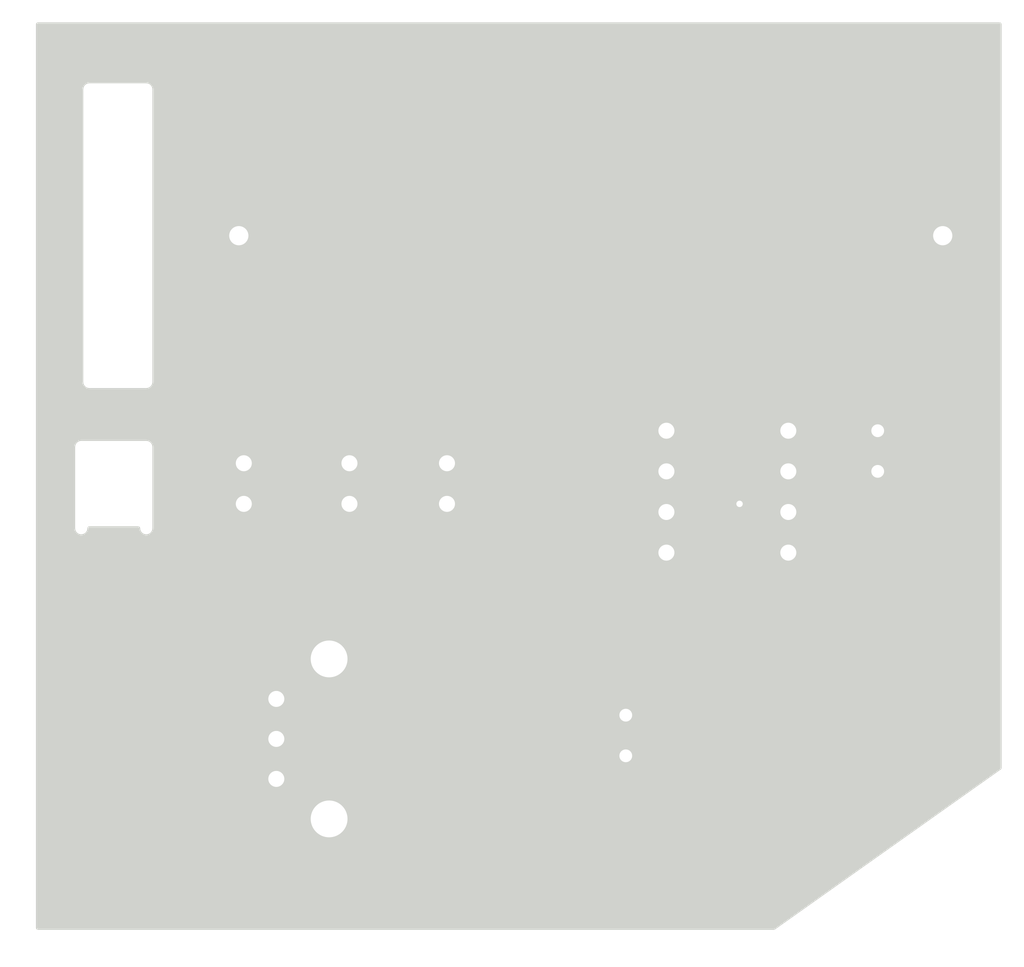
<source format=kicad_pcb>
(kicad_pcb (version 20171130) (host pcbnew "(5.1.8-0-10_14)")

  (general
    (thickness 1.6)
    (drawings 46)
    (tracks 60)
    (zones 0)
    (modules 10)
    (nets 12)
  )

  (page A4)
  (layers
    (0 F.Cu signal)
    (31 B.Cu signal)
    (32 B.Adhes user)
    (33 F.Adhes user)
    (34 B.Paste user)
    (35 F.Paste user)
    (36 B.SilkS user)
    (37 F.SilkS user)
    (38 B.Mask user)
    (39 F.Mask user)
    (40 Dwgs.User user)
    (41 Cmts.User user)
    (42 Eco1.User user)
    (43 Eco2.User user)
    (44 Edge.Cuts user)
    (45 Margin user)
    (46 B.CrtYd user)
    (47 F.CrtYd user)
    (48 B.Fab user)
    (49 F.Fab user)
  )

  (setup
    (last_trace_width 0.25)
    (user_trace_width 0.5)
    (trace_clearance 0.2)
    (zone_clearance 0.508)
    (zone_45_only no)
    (trace_min 0.2)
    (via_size 0.8)
    (via_drill 0.4)
    (via_min_size 0.4)
    (via_min_drill 0.3)
    (uvia_size 0.3)
    (uvia_drill 0.1)
    (uvias_allowed no)
    (uvia_min_size 0.2)
    (uvia_min_drill 0.1)
    (edge_width 0.05)
    (segment_width 0.2)
    (pcb_text_width 0.3)
    (pcb_text_size 1.5 1.5)
    (mod_edge_width 0.12)
    (mod_text_size 1 1)
    (mod_text_width 0.15)
    (pad_size 1.524 1.524)
    (pad_drill 0.762)
    (pad_to_mask_clearance 0)
    (aux_axis_origin 0 0)
    (visible_elements FFFFFF7F)
    (pcbplotparams
      (layerselection 0x010fc_ffffffff)
      (usegerberextensions false)
      (usegerberattributes true)
      (usegerberadvancedattributes true)
      (creategerberjobfile true)
      (excludeedgelayer true)
      (linewidth 0.100000)
      (plotframeref false)
      (viasonmask false)
      (mode 1)
      (useauxorigin false)
      (hpglpennumber 1)
      (hpglpenspeed 20)
      (hpglpendiameter 15.000000)
      (psnegative false)
      (psa4output false)
      (plotreference true)
      (plotvalue true)
      (plotinvisibletext false)
      (padsonsilk false)
      (subtractmaskfromsilk false)
      (outputformat 1)
      (mirror false)
      (drillshape 1)
      (scaleselection 1)
      (outputdirectory ""))
  )

  (net 0 "")
  (net 1 "Net-(C1-Pad2)")
  (net 2 "Net-(C1-Pad1)")
  (net 3 "Net-(C2-Pad2)")
  (net 4 "Net-(C3-Pad2)")
  (net 5 "Net-(J1-Pad2)")
  (net 6 GND)
  (net 7 "Net-(J2-Pad2)")
  (net 8 "Net-(R1-Pad2)")
  (net 9 "Net-(RV1-Pad2)")
  (net 10 "Net-(U1-Pad8)")
  (net 11 "Net-(U1-Pad7)")

  (net_class Default "This is the default net class."
    (clearance 0.2)
    (trace_width 0.25)
    (via_dia 0.8)
    (via_drill 0.4)
    (uvia_dia 0.3)
    (uvia_drill 0.1)
    (add_net GND)
    (add_net "Net-(C1-Pad1)")
    (add_net "Net-(C1-Pad2)")
    (add_net "Net-(C2-Pad2)")
    (add_net "Net-(C3-Pad2)")
    (add_net "Net-(J1-Pad2)")
    (add_net "Net-(J2-Pad2)")
    (add_net "Net-(R1-Pad2)")
    (add_net "Net-(RV1-Pad2)")
    (add_net "Net-(U1-Pad7)")
    (add_net "Net-(U1-Pad8)")
  )

  (module digikey-footprints:DIP-8_W7.62mm (layer F.Cu) (tedit 5B86B3A2) (tstamp 5FED1C7E)
    (at 113.284 58.928)
    (descr http://media.digikey.com/pdf/Data%20Sheets/Lite-On%20PDFs/6N137%20Series.pdf)
    (path /5FEBCC9A)
    (fp_text reference U1 (at 4.05 -2.52) (layer F.SilkS)
      (effects (font (size 1 1) (thickness 0.15)))
    )
    (fp_text value LM386 (at 3.94 10.33) (layer F.Fab)
      (effects (font (size 1 1) (thickness 0.15)))
    )
    (fp_line (start 0.55 -1.04) (end 0.55 8.64) (layer F.Fab) (width 0.1))
    (fp_line (start 7.05 -1.04) (end 7.05 8.64) (layer F.Fab) (width 0.1))
    (fp_line (start 0.55 -1.04) (end 7.05 -1.04) (layer F.Fab) (width 0.1))
    (fp_line (start 0.55 8.64) (end 7.05 8.64) (layer F.Fab) (width 0.1))
    (fp_line (start 0.4 8.8) (end 0.7 8.8) (layer F.SilkS) (width 0.1))
    (fp_line (start 0.4 8.5) (end 0.4 8.8) (layer F.SilkS) (width 0.1))
    (fp_line (start 7.2 8.8) (end 6.9 8.8) (layer F.SilkS) (width 0.1))
    (fp_line (start 7.2 8.5) (end 7.2 8.8) (layer F.SilkS) (width 0.1))
    (fp_line (start 7.2 -1.2) (end 6.9 -1.2) (layer F.SilkS) (width 0.1))
    (fp_line (start 7.2 -0.9) (end 7.2 -1.2) (layer F.SilkS) (width 0.1))
    (fp_line (start 0.4 -1.2) (end 0.7 -1.2) (layer F.SilkS) (width 0.1))
    (fp_line (start 0.4 -0.9) (end 0.4 -1.2) (layer F.SilkS) (width 0.1))
    (fp_line (start -1.05 -1.29) (end 8.67 -1.29) (layer F.CrtYd) (width 0.1))
    (fp_line (start 8.67 -1.29) (end 8.67 8.89) (layer F.CrtYd) (width 0.1))
    (fp_line (start -1.05 -1.29) (end -1.05 8.89) (layer F.CrtYd) (width 0.1))
    (fp_line (start -1.05 8.89) (end 8.67 8.89) (layer F.CrtYd) (width 0.1))
    (fp_text user REF** (at 3.94 3.49) (layer F.Fab)
      (effects (font (size 1 1) (thickness 0.1)))
    )
    (pad 8 thru_hole circle (at 7.62 0) (size 1.6 1.6) (drill 1) (layers *.Cu *.Mask)
      (net 10 "Net-(U1-Pad8)"))
    (pad 7 thru_hole circle (at 7.62 2.54) (size 1.6 1.6) (drill 1) (layers *.Cu *.Mask)
      (net 11 "Net-(U1-Pad7)"))
    (pad 6 thru_hole circle (at 7.62 5.08) (size 1.6 1.6) (drill 1) (layers *.Cu *.Mask)
      (net 7 "Net-(J2-Pad2)"))
    (pad 5 thru_hole circle (at 7.62 7.62) (size 1.6 1.6) (drill 1) (layers *.Cu *.Mask)
      (net 2 "Net-(C1-Pad1)"))
    (pad 4 thru_hole circle (at 0 7.62) (size 1.6 1.6) (drill 1) (layers *.Cu *.Mask)
      (net 6 GND))
    (pad 3 thru_hole circle (at 0 5.08) (size 1.6 1.6) (drill 1) (layers *.Cu *.Mask)
      (net 9 "Net-(RV1-Pad2)"))
    (pad 2 thru_hole circle (at 0 2.54) (size 1.6 1.6) (drill 1) (layers *.Cu *.Mask)
      (net 6 GND))
    (pad 1 thru_hole rect (at 0 0) (size 1.6 1.6) (drill 1) (layers *.Cu *.Mask)
      (net 8 "Net-(R1-Pad2)"))
    (model ${KISYS3DMOD}/Housings_DIP.3dshapes/DIP-8_W7.62mm.wrl
      (at (xyz 0 0 0))
      (scale (xyz 1 1 1))
      (rotate (xyz 0 0 0))
    )
  )

  (module Potentiometer_THT:Potentiometer_Alps_RK09K_Single_Horizontal (layer F.Cu) (tedit 5A3D4993) (tstamp 5FED1C61)
    (at 88.9 75.692 180)
    (descr "Potentiometer, horizontal, Alps RK09K Single, http://www.alps.com/prod/info/E/HTML/Potentiometer/RotaryPotentiometers/RK09K/RK09K_list.html")
    (tags "Potentiometer horizontal Alps RK09K Single")
    (path /5FEC35DF)
    (fp_text reference RV1 (at 0 -11.05 180) (layer F.SilkS)
      (effects (font (size 1 1) (thickness 0.15)))
    )
    (fp_text value 10k (at 0 6.05 180) (layer F.Fab)
      (effects (font (size 1 1) (thickness 0.15)))
    )
    (fp_line (start 11.85 -10.05) (end -5.85 -10.05) (layer F.CrtYd) (width 0.05))
    (fp_line (start 11.85 5.1) (end 11.85 -10.05) (layer F.CrtYd) (width 0.05))
    (fp_line (start -5.85 5.1) (end 11.85 5.1) (layer F.CrtYd) (width 0.05))
    (fp_line (start -5.85 -10.05) (end -5.85 5.1) (layer F.CrtYd) (width 0.05))
    (fp_line (start 11.72 -5.62) (end 11.72 0.62) (layer F.SilkS) (width 0.12))
    (fp_line (start 4.32 -5.62) (end 4.32 0.62) (layer F.SilkS) (width 0.12))
    (fp_line (start 4.32 0.62) (end 11.72 0.62) (layer F.SilkS) (width 0.12))
    (fp_line (start 4.32 -5.62) (end 11.72 -5.62) (layer F.SilkS) (width 0.12))
    (fp_line (start 4.32 -5.87) (end 4.32 0.87) (layer F.SilkS) (width 0.12))
    (fp_line (start 3.52 -5.87) (end 3.52 0.87) (layer F.SilkS) (width 0.12))
    (fp_line (start 3.52 0.87) (end 4.32 0.87) (layer F.SilkS) (width 0.12))
    (fp_line (start 3.52 -5.87) (end 4.32 -5.87) (layer F.SilkS) (width 0.12))
    (fp_line (start 3.52 -7.521) (end 3.52 2.52) (layer F.SilkS) (width 0.12))
    (fp_line (start -3.52 -4.944) (end -3.52 -0.055) (layer F.SilkS) (width 0.12))
    (fp_line (start -0.745 2.52) (end 3.52 2.52) (layer F.SilkS) (width 0.12))
    (fp_line (start -0.745 -7.521) (end 3.52 -7.521) (layer F.SilkS) (width 0.12))
    (fp_line (start 11.6 -5.5) (end 4.2 -5.5) (layer F.Fab) (width 0.1))
    (fp_line (start 11.6 0.5) (end 11.6 -5.5) (layer F.Fab) (width 0.1))
    (fp_line (start 4.2 0.5) (end 11.6 0.5) (layer F.Fab) (width 0.1))
    (fp_line (start 4.2 -5.5) (end 4.2 0.5) (layer F.Fab) (width 0.1))
    (fp_line (start 4.2 -5.75) (end 3.4 -5.75) (layer F.Fab) (width 0.1))
    (fp_line (start 4.2 0.75) (end 4.2 -5.75) (layer F.Fab) (width 0.1))
    (fp_line (start 3.4 0.75) (end 4.2 0.75) (layer F.Fab) (width 0.1))
    (fp_line (start 3.4 -5.75) (end 3.4 0.75) (layer F.Fab) (width 0.1))
    (fp_line (start 3.4 -7.4) (end -3.4 -7.4) (layer F.Fab) (width 0.1))
    (fp_line (start 3.4 2.4) (end 3.4 -7.4) (layer F.Fab) (width 0.1))
    (fp_line (start -3.4 2.4) (end 3.4 2.4) (layer F.Fab) (width 0.1))
    (fp_line (start -3.4 -7.4) (end -3.4 2.4) (layer F.Fab) (width 0.1))
    (fp_text user %R (at 0 -2.5 180) (layer F.Fab)
      (effects (font (size 1 1) (thickness 0.15)))
    )
    (pad "" thru_hole circle (at -3.3 2.5 180) (size 4.6 4.6) (drill 2.3) (layers *.Cu *.Mask))
    (pad "" thru_hole circle (at -3.3 -7.5 180) (size 4.6 4.6) (drill 2.3) (layers *.Cu *.Mask))
    (pad 1 thru_hole circle (at 0 0 180) (size 1.8 1.8) (drill 1) (layers *.Cu *.Mask)
      (net 5 "Net-(J1-Pad2)"))
    (pad 2 thru_hole circle (at 0 -2.5 180) (size 1.8 1.8) (drill 1) (layers *.Cu *.Mask)
      (net 9 "Net-(RV1-Pad2)"))
    (pad 3 thru_hole circle (at 0 -5 180) (size 1.8 1.8) (drill 1) (layers *.Cu *.Mask)
      (net 6 GND))
    (model ${KISYS3DMOD}/Potentiometer_THT.3dshapes/Potentiometer_Alps_RK09K_Single_Horizontal.wrl
      (at (xyz 0 0 0))
      (scale (xyz 1 1 1))
      (rotate (xyz 0 0 0))
    )
  )

  (module Resistor_THT:R_Axial_DIN0207_L6.3mm_D2.5mm_P2.54mm_Vertical (layer F.Cu) (tedit 5AE5139B) (tstamp 5FED1C3B)
    (at 126.492 61.468 90)
    (descr "Resistor, Axial_DIN0207 series, Axial, Vertical, pin pitch=2.54mm, 0.25W = 1/4W, length*diameter=6.3*2.5mm^2, http://cdn-reichelt.de/documents/datenblatt/B400/1_4W%23YAG.pdf")
    (tags "Resistor Axial_DIN0207 series Axial Vertical pin pitch 2.54mm 0.25W = 1/4W length 6.3mm diameter 2.5mm")
    (path /5FEC9E0F)
    (fp_text reference R2 (at 1.27 -2.37 90) (layer F.SilkS)
      (effects (font (size 1 1) (thickness 0.15)))
    )
    (fp_text value 10 (at 1.27 2.37 90) (layer F.Fab)
      (effects (font (size 1 1) (thickness 0.15)))
    )
    (fp_line (start 3.59 -1.5) (end -1.5 -1.5) (layer F.CrtYd) (width 0.05))
    (fp_line (start 3.59 1.5) (end 3.59 -1.5) (layer F.CrtYd) (width 0.05))
    (fp_line (start -1.5 1.5) (end 3.59 1.5) (layer F.CrtYd) (width 0.05))
    (fp_line (start -1.5 -1.5) (end -1.5 1.5) (layer F.CrtYd) (width 0.05))
    (fp_line (start 1.37 0) (end 1.44 0) (layer F.SilkS) (width 0.12))
    (fp_line (start 0 0) (end 2.54 0) (layer F.Fab) (width 0.1))
    (fp_circle (center 0 0) (end 1.37 0) (layer F.SilkS) (width 0.12))
    (fp_circle (center 0 0) (end 1.25 0) (layer F.Fab) (width 0.1))
    (fp_text user %R (at 1.27 -2.37 90) (layer F.Fab)
      (effects (font (size 1 1) (thickness 0.15)))
    )
    (pad 2 thru_hole oval (at 2.54 0 90) (size 1.6 1.6) (drill 0.8) (layers *.Cu *.Mask)
      (net 3 "Net-(C2-Pad2)"))
    (pad 1 thru_hole circle (at 0 0 90) (size 1.6 1.6) (drill 0.8) (layers *.Cu *.Mask)
      (net 6 GND))
    (model ${KISYS3DMOD}/Resistor_THT.3dshapes/R_Axial_DIN0207_L6.3mm_D2.5mm_P2.54mm_Vertical.wrl
      (at (xyz 0 0 0))
      (scale (xyz 1 1 1))
      (rotate (xyz 0 0 0))
    )
  )

  (module Resistor_THT:R_Axial_DIN0207_L6.3mm_D2.5mm_P2.54mm_Vertical (layer F.Cu) (tedit 5AE5139B) (tstamp 5FED1C2C)
    (at 110.744 79.248 90)
    (descr "Resistor, Axial_DIN0207 series, Axial, Vertical, pin pitch=2.54mm, 0.25W = 1/4W, length*diameter=6.3*2.5mm^2, http://cdn-reichelt.de/documents/datenblatt/B400/1_4W%23YAG.pdf")
    (tags "Resistor Axial_DIN0207 series Axial Vertical pin pitch 2.54mm 0.25W = 1/4W length 6.3mm diameter 2.5mm")
    (path /5FEC554F)
    (fp_text reference R1 (at 1.27 -2.37 90) (layer F.SilkS)
      (effects (font (size 1 1) (thickness 0.15)))
    )
    (fp_text value 10k (at 1.27 2.37 90) (layer F.Fab)
      (effects (font (size 1 1) (thickness 0.15)))
    )
    (fp_line (start 3.59 -1.5) (end -1.5 -1.5) (layer F.CrtYd) (width 0.05))
    (fp_line (start 3.59 1.5) (end 3.59 -1.5) (layer F.CrtYd) (width 0.05))
    (fp_line (start -1.5 1.5) (end 3.59 1.5) (layer F.CrtYd) (width 0.05))
    (fp_line (start -1.5 -1.5) (end -1.5 1.5) (layer F.CrtYd) (width 0.05))
    (fp_line (start 1.37 0) (end 1.44 0) (layer F.SilkS) (width 0.12))
    (fp_line (start 0 0) (end 2.54 0) (layer F.Fab) (width 0.1))
    (fp_circle (center 0 0) (end 1.37 0) (layer F.SilkS) (width 0.12))
    (fp_circle (center 0 0) (end 1.25 0) (layer F.Fab) (width 0.1))
    (fp_text user %R (at 1.27 -2.37 90) (layer F.Fab)
      (effects (font (size 1 1) (thickness 0.15)))
    )
    (pad 2 thru_hole oval (at 2.54 0 90) (size 1.6 1.6) (drill 0.8) (layers *.Cu *.Mask)
      (net 8 "Net-(R1-Pad2)"))
    (pad 1 thru_hole circle (at 0 0 90) (size 1.6 1.6) (drill 0.8) (layers *.Cu *.Mask)
      (net 1 "Net-(C1-Pad2)"))
    (model ${KISYS3DMOD}/Resistor_THT.3dshapes/R_Axial_DIN0207_L6.3mm_D2.5mm_P2.54mm_Vertical.wrl
      (at (xyz 0 0 0))
      (scale (xyz 1 1 1))
      (rotate (xyz 0 0 0))
    )
  )

  (module Connector_PinHeader_2.54mm:PinHeader_1x02_P2.54mm_Vertical (layer F.Cu) (tedit 59FED5CC) (tstamp 5FED1C1D)
    (at 86.868 60.96)
    (descr "Through hole straight pin header, 1x02, 2.54mm pitch, single row")
    (tags "Through hole pin header THT 1x02 2.54mm single row")
    (path /5FEC8FA2)
    (fp_text reference J3 (at 0 -2.33) (layer F.SilkS)
      (effects (font (size 1 1) (thickness 0.15)))
    )
    (fp_text value Conn_01x02 (at 0 4.87) (layer F.Fab)
      (effects (font (size 1 1) (thickness 0.15)))
    )
    (fp_line (start 1.8 -1.8) (end -1.8 -1.8) (layer F.CrtYd) (width 0.05))
    (fp_line (start 1.8 4.35) (end 1.8 -1.8) (layer F.CrtYd) (width 0.05))
    (fp_line (start -1.8 4.35) (end 1.8 4.35) (layer F.CrtYd) (width 0.05))
    (fp_line (start -1.8 -1.8) (end -1.8 4.35) (layer F.CrtYd) (width 0.05))
    (fp_line (start -1.33 -1.33) (end 0 -1.33) (layer F.SilkS) (width 0.12))
    (fp_line (start -1.33 0) (end -1.33 -1.33) (layer F.SilkS) (width 0.12))
    (fp_line (start -1.33 1.27) (end 1.33 1.27) (layer F.SilkS) (width 0.12))
    (fp_line (start 1.33 1.27) (end 1.33 3.87) (layer F.SilkS) (width 0.12))
    (fp_line (start -1.33 1.27) (end -1.33 3.87) (layer F.SilkS) (width 0.12))
    (fp_line (start -1.33 3.87) (end 1.33 3.87) (layer F.SilkS) (width 0.12))
    (fp_line (start -1.27 -0.635) (end -0.635 -1.27) (layer F.Fab) (width 0.1))
    (fp_line (start -1.27 3.81) (end -1.27 -0.635) (layer F.Fab) (width 0.1))
    (fp_line (start 1.27 3.81) (end -1.27 3.81) (layer F.Fab) (width 0.1))
    (fp_line (start 1.27 -1.27) (end 1.27 3.81) (layer F.Fab) (width 0.1))
    (fp_line (start -0.635 -1.27) (end 1.27 -1.27) (layer F.Fab) (width 0.1))
    (fp_text user %R (at 0 1.27 90) (layer F.Fab)
      (effects (font (size 1 1) (thickness 0.15)))
    )
    (pad 2 thru_hole oval (at 0 2.54) (size 1.7 1.7) (drill 1) (layers *.Cu *.Mask)
      (net 6 GND))
    (pad 1 thru_hole rect (at 0 0) (size 1.7 1.7) (drill 1) (layers *.Cu *.Mask)
      (net 4 "Net-(C3-Pad2)"))
    (model ${KISYS3DMOD}/Connector_PinHeader_2.54mm.3dshapes/PinHeader_1x02_P2.54mm_Vertical.wrl
      (at (xyz 0 0 0))
      (scale (xyz 1 1 1))
      (rotate (xyz 0 0 0))
    )
  )

  (module Connector_PinHeader_2.54mm:PinHeader_1x02_P2.54mm_Vertical (layer F.Cu) (tedit 59FED5CC) (tstamp 5FED1C07)
    (at 99.568 60.96)
    (descr "Through hole straight pin header, 1x02, 2.54mm pitch, single row")
    (tags "Through hole pin header THT 1x02 2.54mm single row")
    (path /5FEC43C6)
    (fp_text reference J2 (at 0 -2.33) (layer F.SilkS)
      (effects (font (size 1 1) (thickness 0.15)))
    )
    (fp_text value Conn_01x02 (at 0 4.87) (layer F.Fab)
      (effects (font (size 1 1) (thickness 0.15)))
    )
    (fp_line (start 1.8 -1.8) (end -1.8 -1.8) (layer F.CrtYd) (width 0.05))
    (fp_line (start 1.8 4.35) (end 1.8 -1.8) (layer F.CrtYd) (width 0.05))
    (fp_line (start -1.8 4.35) (end 1.8 4.35) (layer F.CrtYd) (width 0.05))
    (fp_line (start -1.8 -1.8) (end -1.8 4.35) (layer F.CrtYd) (width 0.05))
    (fp_line (start -1.33 -1.33) (end 0 -1.33) (layer F.SilkS) (width 0.12))
    (fp_line (start -1.33 0) (end -1.33 -1.33) (layer F.SilkS) (width 0.12))
    (fp_line (start -1.33 1.27) (end 1.33 1.27) (layer F.SilkS) (width 0.12))
    (fp_line (start 1.33 1.27) (end 1.33 3.87) (layer F.SilkS) (width 0.12))
    (fp_line (start -1.33 1.27) (end -1.33 3.87) (layer F.SilkS) (width 0.12))
    (fp_line (start -1.33 3.87) (end 1.33 3.87) (layer F.SilkS) (width 0.12))
    (fp_line (start -1.27 -0.635) (end -0.635 -1.27) (layer F.Fab) (width 0.1))
    (fp_line (start -1.27 3.81) (end -1.27 -0.635) (layer F.Fab) (width 0.1))
    (fp_line (start 1.27 3.81) (end -1.27 3.81) (layer F.Fab) (width 0.1))
    (fp_line (start 1.27 -1.27) (end 1.27 3.81) (layer F.Fab) (width 0.1))
    (fp_line (start -0.635 -1.27) (end 1.27 -1.27) (layer F.Fab) (width 0.1))
    (fp_text user %R (at 0 1.27 90) (layer F.Fab)
      (effects (font (size 1 1) (thickness 0.15)))
    )
    (pad 2 thru_hole oval (at 0 2.54) (size 1.7 1.7) (drill 1) (layers *.Cu *.Mask)
      (net 7 "Net-(J2-Pad2)"))
    (pad 1 thru_hole rect (at 0 0) (size 1.7 1.7) (drill 1) (layers *.Cu *.Mask)
      (net 6 GND))
    (model ${KISYS3DMOD}/Connector_PinHeader_2.54mm.3dshapes/PinHeader_1x02_P2.54mm_Vertical.wrl
      (at (xyz 0 0 0))
      (scale (xyz 1 1 1))
      (rotate (xyz 0 0 0))
    )
  )

  (module Connector_PinHeader_2.54mm:PinHeader_1x02_P2.54mm_Vertical (layer F.Cu) (tedit 59FED5CC) (tstamp 5FED1BF1)
    (at 93.472 60.96)
    (descr "Through hole straight pin header, 1x02, 2.54mm pitch, single row")
    (tags "Through hole pin header THT 1x02 2.54mm single row")
    (path /5FEC18D1)
    (fp_text reference J1 (at 0 -2.33) (layer F.SilkS)
      (effects (font (size 1 1) (thickness 0.15)))
    )
    (fp_text value Conn_01x02 (at 0 4.87) (layer F.Fab)
      (effects (font (size 1 1) (thickness 0.15)))
    )
    (fp_line (start 1.8 -1.8) (end -1.8 -1.8) (layer F.CrtYd) (width 0.05))
    (fp_line (start 1.8 4.35) (end 1.8 -1.8) (layer F.CrtYd) (width 0.05))
    (fp_line (start -1.8 4.35) (end 1.8 4.35) (layer F.CrtYd) (width 0.05))
    (fp_line (start -1.8 -1.8) (end -1.8 4.35) (layer F.CrtYd) (width 0.05))
    (fp_line (start -1.33 -1.33) (end 0 -1.33) (layer F.SilkS) (width 0.12))
    (fp_line (start -1.33 0) (end -1.33 -1.33) (layer F.SilkS) (width 0.12))
    (fp_line (start -1.33 1.27) (end 1.33 1.27) (layer F.SilkS) (width 0.12))
    (fp_line (start 1.33 1.27) (end 1.33 3.87) (layer F.SilkS) (width 0.12))
    (fp_line (start -1.33 1.27) (end -1.33 3.87) (layer F.SilkS) (width 0.12))
    (fp_line (start -1.33 3.87) (end 1.33 3.87) (layer F.SilkS) (width 0.12))
    (fp_line (start -1.27 -0.635) (end -0.635 -1.27) (layer F.Fab) (width 0.1))
    (fp_line (start -1.27 3.81) (end -1.27 -0.635) (layer F.Fab) (width 0.1))
    (fp_line (start 1.27 3.81) (end -1.27 3.81) (layer F.Fab) (width 0.1))
    (fp_line (start 1.27 -1.27) (end 1.27 3.81) (layer F.Fab) (width 0.1))
    (fp_line (start -0.635 -1.27) (end 1.27 -1.27) (layer F.Fab) (width 0.1))
    (fp_text user %R (at 0 1.27 90) (layer F.Fab)
      (effects (font (size 1 1) (thickness 0.15)))
    )
    (pad 2 thru_hole oval (at 0 2.54) (size 1.7 1.7) (drill 1) (layers *.Cu *.Mask)
      (net 5 "Net-(J1-Pad2)"))
    (pad 1 thru_hole rect (at 0 0) (size 1.7 1.7) (drill 1) (layers *.Cu *.Mask)
      (net 6 GND))
    (model ${KISYS3DMOD}/Connector_PinHeader_2.54mm.3dshapes/PinHeader_1x02_P2.54mm_Vertical.wrl
      (at (xyz 0 0 0))
      (scale (xyz 1 1 1))
      (rotate (xyz 0 0 0))
    )
  )

  (module Capacitor_THT:CP_Axial_L38.0mm_D18.0mm_P44.00mm_Horizontal (layer F.Cu) (tedit 5AE50EF2) (tstamp 5FED1BDB)
    (at 130.556 46.736 180)
    (descr "CP, Axial series, Axial, Horizontal, pin pitch=44mm, , length*diameter=38*18mm^2, Electrolytic Capacitor, , http://www.vishay.com/docs/28325/021asm.pdf")
    (tags "CP Axial series Axial Horizontal pin pitch 44mm  length 38mm diameter 18mm Electrolytic Capacitor")
    (path /5FEBFB26)
    (fp_text reference C3 (at 22 -10.12 180) (layer F.SilkS)
      (effects (font (size 1 1) (thickness 0.15)))
    )
    (fp_text value 250uF (at 22 10.12 180) (layer F.Fab)
      (effects (font (size 1 1) (thickness 0.15)))
    )
    (fp_line (start 45.45 -9.25) (end -1.45 -9.25) (layer F.CrtYd) (width 0.05))
    (fp_line (start 45.45 9.25) (end 45.45 -9.25) (layer F.CrtYd) (width 0.05))
    (fp_line (start -1.45 9.25) (end 45.45 9.25) (layer F.CrtYd) (width 0.05))
    (fp_line (start -1.45 -9.25) (end -1.45 9.25) (layer F.CrtYd) (width 0.05))
    (fp_line (start 42.56 0) (end 41.12 0) (layer F.SilkS) (width 0.12))
    (fp_line (start 1.44 0) (end 2.88 0) (layer F.SilkS) (width 0.12))
    (fp_line (start 6.48 9.12) (end 41.12 9.12) (layer F.SilkS) (width 0.12))
    (fp_line (start 5.58 8.22) (end 6.48 9.12) (layer F.SilkS) (width 0.12))
    (fp_line (start 4.68 9.12) (end 5.58 8.22) (layer F.SilkS) (width 0.12))
    (fp_line (start 2.88 9.12) (end 4.68 9.12) (layer F.SilkS) (width 0.12))
    (fp_line (start 6.48 -9.12) (end 41.12 -9.12) (layer F.SilkS) (width 0.12))
    (fp_line (start 5.58 -8.22) (end 6.48 -9.12) (layer F.SilkS) (width 0.12))
    (fp_line (start 4.68 -9.12) (end 5.58 -8.22) (layer F.SilkS) (width 0.12))
    (fp_line (start 2.88 -9.12) (end 4.68 -9.12) (layer F.SilkS) (width 0.12))
    (fp_line (start 41.12 -9.12) (end 41.12 9.12) (layer F.SilkS) (width 0.12))
    (fp_line (start 2.88 -9.12) (end 2.88 9.12) (layer F.SilkS) (width 0.12))
    (fp_line (start 1.68 -3.5) (end 1.68 -1.7) (layer F.SilkS) (width 0.12))
    (fp_line (start 0.78 -2.6) (end 2.58 -2.6) (layer F.SilkS) (width 0.12))
    (fp_line (start 5.6 -0.9) (end 5.6 0.9) (layer F.Fab) (width 0.1))
    (fp_line (start 4.7 0) (end 6.5 0) (layer F.Fab) (width 0.1))
    (fp_line (start 44 0) (end 41 0) (layer F.Fab) (width 0.1))
    (fp_line (start 0 0) (end 3 0) (layer F.Fab) (width 0.1))
    (fp_line (start 6.48 9) (end 41 9) (layer F.Fab) (width 0.1))
    (fp_line (start 5.58 8.1) (end 6.48 9) (layer F.Fab) (width 0.1))
    (fp_line (start 4.68 9) (end 5.58 8.1) (layer F.Fab) (width 0.1))
    (fp_line (start 3 9) (end 4.68 9) (layer F.Fab) (width 0.1))
    (fp_line (start 6.48 -9) (end 41 -9) (layer F.Fab) (width 0.1))
    (fp_line (start 5.58 -8.1) (end 6.48 -9) (layer F.Fab) (width 0.1))
    (fp_line (start 4.68 -9) (end 5.58 -8.1) (layer F.Fab) (width 0.1))
    (fp_line (start 3 -9) (end 4.68 -9) (layer F.Fab) (width 0.1))
    (fp_line (start 41 -9) (end 41 9) (layer F.Fab) (width 0.1))
    (fp_line (start 3 -9) (end 3 9) (layer F.Fab) (width 0.1))
    (fp_text user %R (at 22 0 180) (layer F.Fab)
      (effects (font (size 1 1) (thickness 0.15)))
    )
    (pad 2 thru_hole oval (at 44 0 180) (size 2.4 2.4) (drill 1.2) (layers *.Cu *.Mask)
      (net 4 "Net-(C3-Pad2)"))
    (pad 1 thru_hole rect (at 0 0 180) (size 2.4 2.4) (drill 1.2) (layers *.Cu *.Mask)
      (net 2 "Net-(C1-Pad1)"))
    (model ${KISYS3DMOD}/Capacitor_THT.3dshapes/CP_Axial_L38.0mm_D18.0mm_P44.00mm_Horizontal.wrl
      (at (xyz 0 0 0))
      (scale (xyz 1 1 1))
      (rotate (xyz 0 0 0))
    )
  )

  (module Capacitor_SMD:C_1206_3216Metric_Pad1.33x1.80mm_HandSolder (layer F.Cu) (tedit 5F68FEEF) (tstamp 5FED1BB4)
    (at 101.092 78.74 180)
    (descr "Capacitor SMD 1206 (3216 Metric), square (rectangular) end terminal, IPC_7351 nominal with elongated pad for handsoldering. (Body size source: IPC-SM-782 page 76, https://www.pcb-3d.com/wordpress/wp-content/uploads/ipc-sm-782a_amendment_1_and_2.pdf), generated with kicad-footprint-generator")
    (tags "capacitor handsolder")
    (path /5FEC81CA)
    (attr smd)
    (fp_text reference C2 (at 0 -1.85) (layer F.SilkS)
      (effects (font (size 1 1) (thickness 0.15)))
    )
    (fp_text value 0.05uF (at 0 1.85) (layer F.Fab)
      (effects (font (size 1 1) (thickness 0.15)))
    )
    (fp_line (start 2.48 1.15) (end -2.48 1.15) (layer F.CrtYd) (width 0.05))
    (fp_line (start 2.48 -1.15) (end 2.48 1.15) (layer F.CrtYd) (width 0.05))
    (fp_line (start -2.48 -1.15) (end 2.48 -1.15) (layer F.CrtYd) (width 0.05))
    (fp_line (start -2.48 1.15) (end -2.48 -1.15) (layer F.CrtYd) (width 0.05))
    (fp_line (start -0.711252 0.91) (end 0.711252 0.91) (layer F.SilkS) (width 0.12))
    (fp_line (start -0.711252 -0.91) (end 0.711252 -0.91) (layer F.SilkS) (width 0.12))
    (fp_line (start 1.6 0.8) (end -1.6 0.8) (layer F.Fab) (width 0.1))
    (fp_line (start 1.6 -0.8) (end 1.6 0.8) (layer F.Fab) (width 0.1))
    (fp_line (start -1.6 -0.8) (end 1.6 -0.8) (layer F.Fab) (width 0.1))
    (fp_line (start -1.6 0.8) (end -1.6 -0.8) (layer F.Fab) (width 0.1))
    (fp_text user %R (at 0 0) (layer F.Fab)
      (effects (font (size 0.8 0.8) (thickness 0.12)))
    )
    (pad 2 smd roundrect (at 1.5625 0 180) (size 1.325 1.8) (layers F.Cu F.Paste F.Mask) (roundrect_rratio 0.188679)
      (net 3 "Net-(C2-Pad2)"))
    (pad 1 smd roundrect (at -1.5625 0 180) (size 1.325 1.8) (layers F.Cu F.Paste F.Mask) (roundrect_rratio 0.188679)
      (net 2 "Net-(C1-Pad1)"))
    (model ${KISYS3DMOD}/Capacitor_SMD.3dshapes/C_1206_3216Metric.wrl
      (at (xyz 0 0 0))
      (scale (xyz 1 1 1))
      (rotate (xyz 0 0 0))
    )
  )

  (module Capacitor_SMD:C_1812_4532Metric_Pad1.57x3.40mm_HandSolder (layer F.Cu) (tedit 5F68FEEF) (tstamp 5FED1BA3)
    (at 105.664 63.5 90)
    (descr "Capacitor SMD 1812 (4532 Metric), square (rectangular) end terminal, IPC_7351 nominal with elongated pad for handsoldering. (Body size source: IPC-SM-782 page 76, https://www.pcb-3d.com/wordpress/wp-content/uploads/ipc-sm-782a_amendment_1_and_2.pdf), generated with kicad-footprint-generator")
    (tags "capacitor handsolder")
    (path /5FEBEE21)
    (attr smd)
    (fp_text reference C1 (at 0 -2.65 90) (layer F.SilkS)
      (effects (font (size 1 1) (thickness 0.15)))
    )
    (fp_text value 0.033uF (at 0 2.65 90) (layer F.Fab)
      (effects (font (size 1 1) (thickness 0.15)))
    )
    (fp_line (start 3.18 1.95) (end -3.18 1.95) (layer F.CrtYd) (width 0.05))
    (fp_line (start 3.18 -1.95) (end 3.18 1.95) (layer F.CrtYd) (width 0.05))
    (fp_line (start -3.18 -1.95) (end 3.18 -1.95) (layer F.CrtYd) (width 0.05))
    (fp_line (start -3.18 1.95) (end -3.18 -1.95) (layer F.CrtYd) (width 0.05))
    (fp_line (start -1.161252 1.71) (end 1.161252 1.71) (layer F.SilkS) (width 0.12))
    (fp_line (start -1.161252 -1.71) (end 1.161252 -1.71) (layer F.SilkS) (width 0.12))
    (fp_line (start 2.25 1.6) (end -2.25 1.6) (layer F.Fab) (width 0.1))
    (fp_line (start 2.25 -1.6) (end 2.25 1.6) (layer F.Fab) (width 0.1))
    (fp_line (start -2.25 -1.6) (end 2.25 -1.6) (layer F.Fab) (width 0.1))
    (fp_line (start -2.25 1.6) (end -2.25 -1.6) (layer F.Fab) (width 0.1))
    (fp_text user %R (at 0 0 90) (layer F.Fab)
      (effects (font (size 1 1) (thickness 0.15)))
    )
    (pad 2 smd roundrect (at 2.1375 0 90) (size 1.575 3.4) (layers F.Cu F.Paste F.Mask) (roundrect_rratio 0.15873)
      (net 1 "Net-(C1-Pad2)"))
    (pad 1 smd roundrect (at -2.1375 0 90) (size 1.575 3.4) (layers F.Cu F.Paste F.Mask) (roundrect_rratio 0.15873)
      (net 2 "Net-(C1-Pad1)"))
    (model ${KISYS3DMOD}/Capacitor_SMD.3dshapes/C_1812_4532Metric.wrl
      (at (xyz 0 0 0))
      (scale (xyz 1 1 1))
      (rotate (xyz 0 0 0))
    )
  )

  (gr_arc (start 80.772 65.024) (end 81.28 65.024) (angle 90) (layer Edge.Cuts) (width 0.05))
  (gr_arc (start 80.772 65.024) (end 80.772 65.532) (angle 90) (layer Edge.Cuts) (width 0.05))
  (gr_arc (start 76.708 65.024) (end 77.216 65.024) (angle 90) (layer Edge.Cuts) (width 0.05))
  (gr_arc (start 76.708 65.024) (end 76.708 65.532) (angle 90) (layer Edge.Cuts) (width 0.05))
  (gr_arc (start 80.772 59.944) (end 80.772 59.436) (angle 90) (layer Edge.Cuts) (width 0.05))
  (gr_arc (start 76.708 59.944) (end 76.2 59.944) (angle 90) (layer Edge.Cuts) (width 0.05))
  (gr_line (start 80.264 65.024) (end 77.216 65.024) (angle 90) (layer Edge.Cuts) (width 0.05))
  (gr_line (start 76.708 59.436) (end 80.772 59.436) (angle 90) (layer Edge.Cuts) (width 0.05))
  (gr_line (start 81.28 59.944) (end 81.28 65.024) (angle 90) (layer Edge.Cuts) (width 0.05))
  (gr_line (start 76.2 59.944) (end 76.2 65.024) (angle 90) (layer Edge.Cuts) (width 0.05))
  (gr_line (start 76.708 59.436) (end 80.772 59.436) (angle 90) (layer F.Cu) (width 0.2))
  (gr_arc (start 76.708 59.944) (end 76.2 59.944) (angle 90) (layer F.Cu) (width 0.2))
  (gr_arc (start 80.772 59.944) (end 80.772 59.436) (angle 90) (layer F.Cu) (width 0.2))
  (gr_line (start 77.216 65.024) (end 80.264 65.024) (angle 90) (layer F.Cu) (width 0.2))
  (gr_arc (start 80.772 65.024) (end 80.772 65.532) (angle 90) (layer F.Cu) (width 0.2))
  (gr_arc (start 76.708 65.024) (end 77.216 65.024) (angle 90) (layer F.Cu) (width 0.2))
  (gr_arc (start 76.708 65.024) (end 76.708 65.532) (angle 90) (layer F.Cu) (width 0.2))
  (gr_arc (start 80.772 65.024) (end 81.28 65.024) (angle 90) (layer F.Cu) (width 0.2))
  (gr_line (start 81.28 59.944) (end 81.28 65) (angle 90) (layer F.Cu) (width 0.2))
  (gr_line (start 76.2 60) (end 76.2 65) (angle 90) (layer F.Cu) (width 0.2))
  (gr_arc (start 77.216 55.88) (end 77.216 56.388) (angle 90) (layer Edge.Cuts) (width 0.05))
  (gr_line (start 80.772 56.388) (end 77.216 56.388) (angle 90) (layer Edge.Cuts) (width 0.05))
  (gr_arc (start 80.772 55.88) (end 81.28 55.88) (angle 90) (layer Edge.Cuts) (width 0.05))
  (gr_line (start 81.28 37.592) (end 81.28 55.88) (angle 90) (layer Edge.Cuts) (width 0.05))
  (gr_arc (start 80.772 37.592) (end 80.772 37.084) (angle 90) (layer Edge.Cuts) (width 0.05))
  (gr_line (start 77.216 37.084) (end 80.772 37.084) (angle 90) (layer Edge.Cuts) (width 0.05))
  (gr_arc (start 77.216 37.592) (end 76.708 37.592) (angle 90) (layer Edge.Cuts) (width 0.05))
  (gr_line (start 76.708 37.592) (end 76.708 55.88) (angle 90) (layer Edge.Cuts) (width 0.05))
  (gr_line (start 77.216 56.388) (end 80.772 56.388) (angle 90) (layer F.Cu) (width 0.2))
  (gr_arc (start 80.772 55.88) (end 81.28 55.88) (angle 90) (layer F.Cu) (width 0.2))
  (gr_arc (start 77.216 55.88) (end 77.216 56.388) (angle 90) (layer F.Cu) (width 0.2))
  (gr_line (start 77.216 37.084) (end 80.772 37.084) (angle 90) (layer F.Cu) (width 0.2))
  (gr_arc (start 80.772 37.592) (end 80.772 37.084) (angle 90) (layer F.Cu) (width 0.2))
  (gr_arc (start 77.216 37.592) (end 76.708 37.592) (angle 90) (layer F.Cu) (width 0.2))
  (gr_line (start 81.28 37.592) (end 81.28 55.88) (angle 90) (layer F.Cu) (width 0.2))
  (gr_line (start 76.708 37.592) (end 76.708 55.88) (angle 90) (layer F.Cu) (width 0.2))
  (gr_line (start 74 33.528) (end 134.112 33.528) (angle 90) (layer Edge.Cuts) (width 0.05))
  (gr_line (start 74 90) (end 74 33.528) (angle 90) (layer Edge.Cuts) (width 0.05))
  (gr_line (start 120 90) (end 74 90) (angle 90) (layer Edge.Cuts) (width 0.05))
  (gr_line (start 134.112 80) (end 120 90) (angle 90) (layer Edge.Cuts) (width 0.05))
  (gr_line (start 134.112 33.528) (end 134.112 80) (angle 90) (layer Edge.Cuts) (width 0.05))
  (gr_line (start 120 90) (end 134.112 80) (angle 90) (layer F.Cu) (width 0.2))
  (gr_line (start 74 90) (end 74 33.528) (angle 90) (layer F.Cu) (width 0.2))
  (gr_line (start 120 90) (end 74 90) (angle 90) (layer F.Cu) (width 0.2))
  (gr_line (start 134.112 33.528) (end 134.112 80) (angle 90) (layer F.Cu) (width 0.2))
  (gr_line (start 74 33.528) (end 134.112 33.528) (angle 90) (layer F.Cu) (width 0.2))

  (segment (start 110.744 79.248) (end 107.696 79.248) (width 0.5) (layer F.Cu) (net 1) (status 400000))
  (segment (start 103.124 63.9025) (end 105.664 61.3625) (width 0.5) (layer F.Cu) (net 1) (tstamp 5FEDD85F) (status 800000))
  (segment (start 103.124 74.676) (end 103.124 63.9025) (width 0.5) (layer F.Cu) (net 1) (tstamp 5FEDD85D))
  (segment (start 107.696 79.248) (end 103.124 74.676) (width 0.5) (layer F.Cu) (net 1) (tstamp 5FEDD85B))
  (segment (start 130.556 46.736) (end 130.556 64.008) (width 0.5) (layer F.Cu) (net 2) (status 400000))
  (segment (start 112.1625 72.136) (end 105.664 65.6375) (width 0.5) (layer F.Cu) (net 2) (tstamp 5FEDD803) (status 800000))
  (segment (start 122.428 72.136) (end 120.904 72.136) (width 0.5) (layer F.Cu) (net 2) (tstamp 5FEDD801))
  (segment (start 120.904 72.136) (end 116.84 72.136) (width 0.5) (layer F.Cu) (net 2) (tstamp 5FEDD8D2))
  (segment (start 116.84 72.136) (end 112.1625 72.136) (width 0.5) (layer F.Cu) (net 2) (tstamp 5FEDD815))
  (segment (start 130.556 64.008) (end 122.428 72.136) (width 0.5) (layer F.Cu) (net 2) (tstamp 5FEDD7FF))
  (segment (start 116.84 72.136) (end 116.84 78.74) (width 0.5) (layer F.Cu) (net 2))
  (segment (start 105.7025 81.788) (end 102.6545 78.74) (width 0.5) (layer F.Cu) (net 2) (tstamp 5FEDD81B) (status 800000))
  (segment (start 113.792 81.788) (end 105.7025 81.788) (width 0.5) (layer F.Cu) (net 2) (tstamp 5FEDD819))
  (segment (start 116.84 78.74) (end 113.792 81.788) (width 0.5) (layer F.Cu) (net 2) (tstamp 5FEDD817))
  (segment (start 120.904 66.548) (end 120.904 72.136) (width 0.5) (layer F.Cu) (net 2) (status 400000))
  (segment (start 126.492 58.928) (end 126.492 59.436) (width 0.5) (layer F.Cu) (net 3) (status C00000))
  (segment (start 102.108 76.1615) (end 99.5295 78.74) (width 0.5) (layer F.Cu) (net 3) (tstamp 5FEDD832) (status 800000))
  (segment (start 102.108 59.944) (end 102.108 76.1615) (width 0.5) (layer F.Cu) (net 3) (tstamp 5FEDD830))
  (segment (start 104.648 57.404) (end 102.108 59.944) (width 0.5) (layer F.Cu) (net 3) (tstamp 5FEDD82E))
  (segment (start 124.46 57.404) (end 104.648 57.404) (width 0.5) (layer F.Cu) (net 3) (tstamp 5FEDD82C))
  (segment (start 126.492 59.436) (end 124.46 57.404) (width 0.5) (layer F.Cu) (net 3) (tstamp 5FEDD82B) (status 400000))
  (segment (start 86.868 60.96) (end 86.868 47.048) (width 0.5) (layer F.Cu) (net 4) (status C00000))
  (segment (start 86.868 47.048) (end 86.556 46.736) (width 0.5) (layer F.Cu) (net 4) (tstamp 5FEDD837) (status C00000))
  (segment (start 88.9 75.692) (end 88.9 68.072) (width 0.5) (layer F.Cu) (net 5) (status 400000))
  (segment (start 88.9 68.072) (end 93.472 63.5) (width 0.5) (layer F.Cu) (net 5) (tstamp 5FEDD81F) (status 800000))
  (segment (start 88.9 80.692) (end 88.9 80.264) (width 0.5) (layer F.Cu) (net 6) (status C00000))
  (segment (start 86.868 78.232) (end 86.868 63.5) (width 0.5) (layer F.Cu) (net 6) (tstamp 5FEDD825) (status 800000))
  (segment (start 88.9 80.264) (end 86.868 78.232) (width 0.5) (layer F.Cu) (net 6) (tstamp 5FEDD824) (status 400000))
  (segment (start 86.868 63.5) (end 90.932 63.5) (width 0.5) (layer F.Cu) (net 6) (status 400000))
  (segment (start 90.932 63.5) (end 93.472 60.96) (width 0.5) (layer F.Cu) (net 6) (tstamp 5FEDD83A) (status 800000))
  (segment (start 93.472 60.96) (end 99.568 60.96) (width 0.5) (layer F.Cu) (net 6) (status C00000))
  (segment (start 99.568 60.96) (end 100.076 60.96) (width 0.5) (layer B.Cu) (net 6) (status C00000))
  (segment (start 110.744 58.928) (end 113.284 61.468) (width 0.5) (layer B.Cu) (net 6) (tstamp 5FEDD854) (status 800000))
  (segment (start 102.108 58.928) (end 110.744 58.928) (width 0.5) (layer B.Cu) (net 6) (tstamp 5FEDD852))
  (segment (start 100.076 60.96) (end 102.108 58.928) (width 0.5) (layer B.Cu) (net 6) (tstamp 5FEDD851) (status 400000))
  (segment (start 113.284 61.468) (end 113.284 61.976) (width 0.5) (layer F.Cu) (net 6) (status C00000))
  (segment (start 114.808 65.024) (end 113.284 66.548) (width 0.5) (layer F.Cu) (net 6) (tstamp 5FEDD8B3) (status 800000))
  (segment (start 114.808 63.5) (end 114.808 65.024) (width 0.5) (layer F.Cu) (net 6) (tstamp 5FEDD8B1))
  (segment (start 113.284 61.976) (end 114.808 63.5) (width 0.5) (layer F.Cu) (net 6) (tstamp 5FEDD8B0) (status 400000))
  (segment (start 114.808 63.5) (end 117.856 63.5) (width 0.5) (layer F.Cu) (net 6))
  (segment (start 126.492 64.516) (end 126.492 61.468) (width 0.5) (layer B.Cu) (net 6) (tstamp 5FEDD8C9) (status 800000))
  (segment (start 122.936 68.072) (end 126.492 64.516) (width 0.5) (layer B.Cu) (net 6) (tstamp 5FEDD8C7))
  (segment (start 120.396 68.072) (end 122.936 68.072) (width 0.5) (layer B.Cu) (net 6) (tstamp 5FEDD8C5))
  (segment (start 119.38 67.056) (end 120.396 68.072) (width 0.5) (layer B.Cu) (net 6) (tstamp 5FEDD8C3))
  (segment (start 119.38 65.024) (end 119.38 67.056) (width 0.5) (layer B.Cu) (net 6) (tstamp 5FEDD8C1))
  (segment (start 117.856 63.5) (end 119.38 65.024) (width 0.5) (layer B.Cu) (net 6) (tstamp 5FEDD8C0))
  (via (at 117.856 63.5) (size 0.8) (drill 0.4) (layers F.Cu B.Cu) (net 6))
  (segment (start 120.904 64.008) (end 113.792 56.896) (width 0.5) (layer B.Cu) (net 7) (status 400000))
  (segment (start 96.52 60.452) (end 99.568 63.5) (width 0.5) (layer B.Cu) (net 7) (tstamp 5FEDD8AB) (status 800000))
  (segment (start 96.52 59.436) (end 96.52 60.452) (width 0.5) (layer B.Cu) (net 7) (tstamp 5FEDD8A9))
  (segment (start 99.06 56.896) (end 96.52 59.436) (width 0.5) (layer B.Cu) (net 7) (tstamp 5FEDD8A7))
  (segment (start 113.792 56.896) (end 99.06 56.896) (width 0.5) (layer B.Cu) (net 7) (tstamp 5FEDD8A6))
  (segment (start 110.744 76.708) (end 110.744 71.628) (width 0.5) (layer B.Cu) (net 8) (status 400000))
  (segment (start 115.824 61.468) (end 113.284 58.928) (width 0.5) (layer B.Cu) (net 8) (tstamp 5FEDD84D) (status 800000))
  (segment (start 115.824 66.548) (end 115.824 61.468) (width 0.5) (layer B.Cu) (net 8) (tstamp 5FEDD84B))
  (segment (start 110.744 71.628) (end 115.824 66.548) (width 0.5) (layer B.Cu) (net 8) (tstamp 5FEDD849))
  (segment (start 88.9 78.192) (end 94.02 78.192) (width 0.5) (layer B.Cu) (net 9) (status 400000))
  (segment (start 94.02 78.192) (end 101.092 71.12) (width 0.5) (layer B.Cu) (net 9) (tstamp 5FEDD840))
  (segment (start 101.092 71.12) (end 106.172 71.12) (width 0.5) (layer B.Cu) (net 9) (tstamp 5FEDD842))
  (segment (start 106.172 71.12) (end 113.284 64.008) (width 0.5) (layer B.Cu) (net 9) (tstamp 5FEDD844) (status 800000))

  (zone (net 6) (net_name GND) (layer F.Cu) (tstamp 5FF2320F) (hatch edge 0.508)
    (connect_pads (clearance 0.508))
    (min_thickness 0.254)
    (fill yes (arc_segments 32) (thermal_gap 0.508) (thermal_bridge_width 0.508))
    (polygon
      (pts
        (xy 134.62 33.02) (xy 134.62 90.932) (xy 72.644 90.932) (xy 72.644 32.512)
      )
    )
    (filled_polygon
      (pts
        (xy 133.377001 79.620004) (xy 119.765984 89.265) (xy 74.735 89.265) (xy 74.735 81.75608) (xy 88.015525 81.75608)
        (xy 88.099208 82.010261) (xy 88.371775 82.141158) (xy 88.664642 82.216365) (xy 88.966553 82.232991) (xy 89.265907 82.190397)
        (xy 89.467356 82.119662) (xy 89.377791 82.335892) (xy 89.265 82.902928) (xy 89.265 83.481072) (xy 89.377791 84.048108)
        (xy 89.599037 84.582244) (xy 89.920237 85.062953) (xy 90.329047 85.471763) (xy 90.809756 85.792963) (xy 91.343892 86.014209)
        (xy 91.910928 86.127) (xy 92.489072 86.127) (xy 93.056108 86.014209) (xy 93.590244 85.792963) (xy 94.070953 85.471763)
        (xy 94.479763 85.062953) (xy 94.800963 84.582244) (xy 95.022209 84.048108) (xy 95.135 83.481072) (xy 95.135 82.902928)
        (xy 95.022209 82.335892) (xy 94.800963 81.801756) (xy 94.479763 81.321047) (xy 94.070953 80.912237) (xy 93.590244 80.591037)
        (xy 93.056108 80.369791) (xy 92.489072 80.257) (xy 91.910928 80.257) (xy 91.343892 80.369791) (xy 90.809756 80.591037)
        (xy 90.428871 80.845537) (xy 90.440991 80.625447) (xy 90.398397 80.326093) (xy 90.298222 80.040801) (xy 90.218261 79.891208)
        (xy 89.96408 79.807525) (xy 89.079605 80.692) (xy 89.093748 80.706143) (xy 88.914143 80.885748) (xy 88.9 80.871605)
        (xy 88.015525 81.75608) (xy 74.735 81.75608) (xy 74.735 80.758553) (xy 87.359009 80.758553) (xy 87.401603 81.057907)
        (xy 87.501778 81.343199) (xy 87.581739 81.492792) (xy 87.83592 81.576475) (xy 88.720395 80.692) (xy 87.83592 79.807525)
        (xy 87.581739 79.891208) (xy 87.450842 80.163775) (xy 87.375635 80.456642) (xy 87.359009 80.758553) (xy 74.735 80.758553)
        (xy 74.735 75.540816) (xy 87.365 75.540816) (xy 87.365 75.843184) (xy 87.423989 76.139743) (xy 87.539701 76.419095)
        (xy 87.707688 76.670505) (xy 87.921495 76.884312) (xy 88.007831 76.942) (xy 87.921495 76.999688) (xy 87.707688 77.213495)
        (xy 87.539701 77.464905) (xy 87.423989 77.744257) (xy 87.365 78.040816) (xy 87.365 78.343184) (xy 87.423989 78.639743)
        (xy 87.539701 78.919095) (xy 87.707688 79.170505) (xy 87.921495 79.384312) (xy 88.06431 79.479738) (xy 88.015525 79.62792)
        (xy 88.9 80.512395) (xy 89.784475 79.62792) (xy 89.73569 79.479738) (xy 89.878505 79.384312) (xy 90.092312 79.170505)
        (xy 90.260299 78.919095) (xy 90.376011 78.639743) (xy 90.435 78.343184) (xy 90.435 78.089999) (xy 98.228928 78.089999)
        (xy 98.228928 79.390001) (xy 98.245992 79.563255) (xy 98.296528 79.729851) (xy 98.378595 79.883387) (xy 98.489038 80.017962)
        (xy 98.623613 80.128405) (xy 98.777149 80.210472) (xy 98.943745 80.261008) (xy 99.116999 80.278072) (xy 99.942001 80.278072)
        (xy 100.115255 80.261008) (xy 100.281851 80.210472) (xy 100.435387 80.128405) (xy 100.569962 80.017962) (xy 100.680405 79.883387)
        (xy 100.762472 79.729851) (xy 100.813008 79.563255) (xy 100.830072 79.390001) (xy 100.830072 78.691006) (xy 101.353928 78.16715)
        (xy 101.353928 79.390001) (xy 101.370992 79.563255) (xy 101.421528 79.729851) (xy 101.503595 79.883387) (xy 101.614038 80.017962)
        (xy 101.748613 80.128405) (xy 101.902149 80.210472) (xy 102.068745 80.261008) (xy 102.241999 80.278072) (xy 102.940994 80.278072)
        (xy 105.04597 82.383049) (xy 105.073683 82.416817) (xy 105.107451 82.44453) (xy 105.107453 82.444532) (xy 105.138055 82.469646)
        (xy 105.208441 82.527411) (xy 105.362187 82.609589) (xy 105.478403 82.644843) (xy 105.529009 82.660195) (xy 105.543806 82.661652)
        (xy 105.659023 82.673) (xy 105.659031 82.673) (xy 105.7025 82.677281) (xy 105.745969 82.673) (xy 113.748531 82.673)
        (xy 113.792 82.677281) (xy 113.835469 82.673) (xy 113.835477 82.673) (xy 113.96549 82.660195) (xy 114.132313 82.609589)
        (xy 114.286059 82.527411) (xy 114.420817 82.416817) (xy 114.448534 82.383044) (xy 117.435049 79.39653) (xy 117.468817 79.368817)
        (xy 117.496533 79.335046) (xy 117.556708 79.261722) (xy 117.579411 79.234059) (xy 117.661589 79.080313) (xy 117.712195 78.91349)
        (xy 117.725 78.783477) (xy 117.725 78.783469) (xy 117.729281 78.74) (xy 117.725 78.696531) (xy 117.725 73.021)
        (xy 120.860524 73.021) (xy 120.904 73.025282) (xy 120.947477 73.021) (xy 122.384531 73.021) (xy 122.428 73.025281)
        (xy 122.471469 73.021) (xy 122.471477 73.021) (xy 122.60149 73.008195) (xy 122.768313 72.957589) (xy 122.922059 72.875411)
        (xy 123.056817 72.764817) (xy 123.084534 72.731044) (xy 131.151049 64.66453) (xy 131.184817 64.636817) (xy 131.224039 64.589026)
        (xy 131.295411 64.502059) (xy 131.335758 64.426574) (xy 131.377589 64.348313) (xy 131.428195 64.18149) (xy 131.441 64.051477)
        (xy 131.441 64.051469) (xy 131.445281 64.008) (xy 131.441 63.964531) (xy 131.441 48.574072) (xy 131.756 48.574072)
        (xy 131.880482 48.561812) (xy 132.00018 48.525502) (xy 132.110494 48.466537) (xy 132.207185 48.387185) (xy 132.286537 48.290494)
        (xy 132.345502 48.18018) (xy 132.381812 48.060482) (xy 132.394072 47.936) (xy 132.394072 45.536) (xy 132.381812 45.411518)
        (xy 132.345502 45.29182) (xy 132.286537 45.181506) (xy 132.207185 45.084815) (xy 132.110494 45.005463) (xy 132.00018 44.946498)
        (xy 131.880482 44.910188) (xy 131.756 44.897928) (xy 129.356 44.897928) (xy 129.231518 44.910188) (xy 129.11182 44.946498)
        (xy 129.001506 45.005463) (xy 128.904815 45.084815) (xy 128.825463 45.181506) (xy 128.766498 45.29182) (xy 128.730188 45.411518)
        (xy 128.717928 45.536) (xy 128.717928 47.936) (xy 128.730188 48.060482) (xy 128.766498 48.18018) (xy 128.825463 48.290494)
        (xy 128.904815 48.387185) (xy 129.001506 48.466537) (xy 129.11182 48.525502) (xy 129.231518 48.561812) (xy 129.356 48.574072)
        (xy 129.671 48.574072) (xy 129.671001 63.64142) (xy 122.061422 71.251) (xy 121.789 71.251) (xy 121.789 67.682521)
        (xy 121.818759 67.662637) (xy 122.018637 67.462759) (xy 122.17568 67.227727) (xy 122.283853 66.966574) (xy 122.339 66.689335)
        (xy 122.339 66.406665) (xy 122.283853 66.129426) (xy 122.17568 65.868273) (xy 122.018637 65.633241) (xy 121.818759 65.433363)
        (xy 121.586241 65.278) (xy 121.818759 65.122637) (xy 122.018637 64.922759) (xy 122.17568 64.687727) (xy 122.283853 64.426574)
        (xy 122.339 64.149335) (xy 122.339 63.866665) (xy 122.283853 63.589426) (xy 122.17568 63.328273) (xy 122.018637 63.093241)
        (xy 121.818759 62.893363) (xy 121.586241 62.738) (xy 121.818759 62.582637) (xy 121.940694 62.460702) (xy 125.678903 62.460702)
        (xy 125.750486 62.704671) (xy 126.005996 62.825571) (xy 126.280184 62.8943) (xy 126.562512 62.908217) (xy 126.84213 62.866787)
        (xy 127.108292 62.771603) (xy 127.233514 62.704671) (xy 127.305097 62.460702) (xy 126.492 61.647605) (xy 125.678903 62.460702)
        (xy 121.940694 62.460702) (xy 122.018637 62.382759) (xy 122.17568 62.147727) (xy 122.283853 61.886574) (xy 122.339 61.609335)
        (xy 122.339 61.538512) (xy 125.051783 61.538512) (xy 125.093213 61.81813) (xy 125.188397 62.084292) (xy 125.255329 62.209514)
        (xy 125.499298 62.281097) (xy 126.312395 61.468) (xy 126.671605 61.468) (xy 127.484702 62.281097) (xy 127.728671 62.209514)
        (xy 127.849571 61.954004) (xy 127.9183 61.679816) (xy 127.932217 61.397488) (xy 127.890787 61.11787) (xy 127.795603 60.851708)
        (xy 127.728671 60.726486) (xy 127.484702 60.654903) (xy 126.671605 61.468) (xy 126.312395 61.468) (xy 125.499298 60.654903)
        (xy 125.255329 60.726486) (xy 125.134429 60.981996) (xy 125.0657 61.256184) (xy 125.051783 61.538512) (xy 122.339 61.538512)
        (xy 122.339 61.326665) (xy 122.283853 61.049426) (xy 122.17568 60.788273) (xy 122.018637 60.553241) (xy 121.818759 60.353363)
        (xy 121.586241 60.198) (xy 121.818759 60.042637) (xy 122.018637 59.842759) (xy 122.17568 59.607727) (xy 122.283853 59.346574)
        (xy 122.339 59.069335) (xy 122.339 58.786665) (xy 122.283853 58.509426) (xy 122.19255 58.289) (xy 124.093422 58.289)
        (xy 125.102501 59.298079) (xy 125.112147 59.346574) (xy 125.22032 59.607727) (xy 125.377363 59.842759) (xy 125.577241 60.042637)
        (xy 125.811128 60.198915) (xy 125.750486 60.231329) (xy 125.678903 60.475298) (xy 126.492 61.288395) (xy 127.305097 60.475298)
        (xy 127.233514 60.231329) (xy 127.169008 60.200806) (xy 127.171727 60.19968) (xy 127.406759 60.042637) (xy 127.606637 59.842759)
        (xy 127.76368 59.607727) (xy 127.871853 59.346574) (xy 127.927 59.069335) (xy 127.927 58.786665) (xy 127.871853 58.509426)
        (xy 127.76368 58.248273) (xy 127.606637 58.013241) (xy 127.406759 57.813363) (xy 127.171727 57.65632) (xy 126.910574 57.548147)
        (xy 126.633335 57.493) (xy 126.350665 57.493) (xy 126.073426 57.548147) (xy 125.919488 57.61191) (xy 125.116534 56.808956)
        (xy 125.088817 56.775183) (xy 124.954059 56.664589) (xy 124.800313 56.582411) (xy 124.63349 56.531805) (xy 124.503477 56.519)
        (xy 124.503469 56.519) (xy 124.46 56.514719) (xy 124.416531 56.519) (xy 104.691465 56.519) (xy 104.647999 56.514719)
        (xy 104.604533 56.519) (xy 104.604523 56.519) (xy 104.47451 56.531805) (xy 104.307687 56.582411) (xy 104.153941 56.664589)
        (xy 104.140664 56.675485) (xy 104.052953 56.747468) (xy 104.052951 56.74747) (xy 104.019183 56.775183) (xy 103.99147 56.808951)
        (xy 101.512956 59.287466) (xy 101.479183 59.315183) (xy 101.368589 59.449942) (xy 101.286411 59.603688) (xy 101.255004 59.707221)
        (xy 101.235805 59.77051) (xy 101.234779 59.780924) (xy 101.223 59.900524) (xy 101.223 59.900531) (xy 101.218719 59.944)
        (xy 101.223 59.987469) (xy 101.223001 75.79492) (xy 99.815994 77.201928) (xy 99.116999 77.201928) (xy 98.943745 77.218992)
        (xy 98.777149 77.269528) (xy 98.623613 77.351595) (xy 98.489038 77.462038) (xy 98.378595 77.596613) (xy 98.296528 77.750149)
        (xy 98.245992 77.916745) (xy 98.228928 78.089999) (xy 90.435 78.089999) (xy 90.435 78.040816) (xy 90.376011 77.744257)
        (xy 90.260299 77.464905) (xy 90.092312 77.213495) (xy 89.878505 76.999688) (xy 89.792169 76.942) (xy 89.878505 76.884312)
        (xy 90.092312 76.670505) (xy 90.260299 76.419095) (xy 90.376011 76.139743) (xy 90.435 75.843184) (xy 90.435 75.542559)
        (xy 90.809756 75.792963) (xy 91.343892 76.014209) (xy 91.910928 76.127) (xy 92.489072 76.127) (xy 93.056108 76.014209)
        (xy 93.590244 75.792963) (xy 94.070953 75.471763) (xy 94.479763 75.062953) (xy 94.800963 74.582244) (xy 95.022209 74.048108)
        (xy 95.135 73.481072) (xy 95.135 72.902928) (xy 95.022209 72.335892) (xy 94.800963 71.801756) (xy 94.479763 71.321047)
        (xy 94.070953 70.912237) (xy 93.590244 70.591037) (xy 93.056108 70.369791) (xy 92.489072 70.257) (xy 91.910928 70.257)
        (xy 91.343892 70.369791) (xy 90.809756 70.591037) (xy 90.329047 70.912237) (xy 89.920237 71.321047) (xy 89.785 71.523443)
        (xy 89.785 68.438578) (xy 93.25304 64.970539) (xy 93.32574 64.985) (xy 93.61826 64.985) (xy 93.905158 64.927932)
        (xy 94.175411 64.81599) (xy 94.418632 64.653475) (xy 94.625475 64.446632) (xy 94.78799 64.203411) (xy 94.899932 63.933158)
        (xy 94.957 63.64626) (xy 94.957 63.35374) (xy 94.899932 63.066842) (xy 94.78799 62.796589) (xy 94.625475 62.553368)
        (xy 94.49362 62.421513) (xy 94.56618 62.399502) (xy 94.676494 62.340537) (xy 94.773185 62.261185) (xy 94.852537 62.164494)
        (xy 94.911502 62.05418) (xy 94.947812 61.934482) (xy 94.960072 61.81) (xy 98.079928 61.81) (xy 98.092188 61.934482)
        (xy 98.128498 62.05418) (xy 98.187463 62.164494) (xy 98.266815 62.261185) (xy 98.363506 62.340537) (xy 98.47382 62.399502)
        (xy 98.54638 62.421513) (xy 98.414525 62.553368) (xy 98.25201 62.796589) (xy 98.140068 63.066842) (xy 98.083 63.35374)
        (xy 98.083 63.64626) (xy 98.140068 63.933158) (xy 98.25201 64.203411) (xy 98.414525 64.446632) (xy 98.621368 64.653475)
        (xy 98.864589 64.81599) (xy 99.134842 64.927932) (xy 99.42174 64.985) (xy 99.71426 64.985) (xy 100.001158 64.927932)
        (xy 100.271411 64.81599) (xy 100.514632 64.653475) (xy 100.721475 64.446632) (xy 100.88399 64.203411) (xy 100.995932 63.933158)
        (xy 101.053 63.64626) (xy 101.053 63.35374) (xy 100.995932 63.066842) (xy 100.88399 62.796589) (xy 100.721475 62.553368)
        (xy 100.58962 62.421513) (xy 100.66218 62.399502) (xy 100.772494 62.340537) (xy 100.869185 62.261185) (xy 100.948537 62.164494)
        (xy 101.007502 62.05418) (xy 101.043812 61.934482) (xy 101.056072 61.81) (xy 101.053 61.24575) (xy 100.89425 61.087)
        (xy 99.695 61.087) (xy 99.695 61.107) (xy 99.441 61.107) (xy 99.441 61.087) (xy 98.24175 61.087)
        (xy 98.083 61.24575) (xy 98.079928 61.81) (xy 94.960072 61.81) (xy 94.957 61.24575) (xy 94.79825 61.087)
        (xy 93.599 61.087) (xy 93.599 61.107) (xy 93.345 61.107) (xy 93.345 61.087) (xy 92.14575 61.087)
        (xy 91.987 61.24575) (xy 91.983928 61.81) (xy 91.996188 61.934482) (xy 92.032498 62.05418) (xy 92.091463 62.164494)
        (xy 92.170815 62.261185) (xy 92.267506 62.340537) (xy 92.37782 62.399502) (xy 92.45038 62.421513) (xy 92.318525 62.553368)
        (xy 92.15601 62.796589) (xy 92.044068 63.066842) (xy 91.987 63.35374) (xy 91.987 63.64626) (xy 92.001461 63.71896)
        (xy 88.304952 67.41547) (xy 88.271184 67.443183) (xy 88.243471 67.476951) (xy 88.243468 67.476954) (xy 88.16059 67.577941)
        (xy 88.078412 67.731687) (xy 88.027805 67.89851) (xy 88.010719 68.072) (xy 88.015001 68.115479) (xy 88.015 74.43721)
        (xy 87.921495 74.499688) (xy 87.707688 74.713495) (xy 87.539701 74.964905) (xy 87.423989 75.244257) (xy 87.365 75.540816)
        (xy 74.735 75.540816) (xy 74.735 59.963896) (xy 75.465 59.963896) (xy 75.465001 65.036105) (xy 75.468215 65.068742)
        (xy 75.468038 65.094165) (xy 75.469039 65.104378) (xy 75.479403 65.20298) (xy 75.4928 65.268245) (xy 75.505281 65.333671)
        (xy 75.508247 65.343496) (xy 75.537565 65.438206) (xy 75.563399 65.499662) (xy 75.588334 65.561379) (xy 75.593151 65.57044)
        (xy 75.640306 65.657652) (xy 75.677581 65.712915) (xy 75.714036 65.768624) (xy 75.720522 65.776577) (xy 75.783719 65.852969)
        (xy 75.831009 65.89993) (xy 75.877597 65.947504) (xy 75.885504 65.954046) (xy 75.962335 66.016708) (xy 76.017854 66.053595)
        (xy 76.07279 66.09121) (xy 76.081809 66.096087) (xy 76.081814 66.09609) (xy 76.081819 66.096092) (xy 76.169356 66.142636)
        (xy 76.230943 66.16802) (xy 76.292174 66.194264) (xy 76.301977 66.197299) (xy 76.396891 66.225955) (xy 76.462275 66.238901)
        (xy 76.527398 66.252744) (xy 76.537604 66.253817) (xy 76.636275 66.263492) (xy 76.668344 66.263492) (xy 76.700225 66.266959)
        (xy 76.710487 66.266996) (xy 76.714033 66.266984) (xy 76.746026 66.263738) (xy 76.778165 66.263962) (xy 76.788378 66.262961)
        (xy 76.88698 66.252597) (xy 76.952245 66.2392) (xy 77.017671 66.226719) (xy 77.027496 66.223753) (xy 77.122206 66.194435)
        (xy 77.183662 66.168601) (xy 77.245379 66.143666) (xy 77.25444 66.138849) (xy 77.341652 66.091694) (xy 77.396915 66.054419)
        (xy 77.452624 66.017964) (xy 77.460577 66.011478) (xy 77.536969 65.948281) (xy 77.58393 65.900991) (xy 77.631504 65.854403)
        (xy 77.638046 65.846496) (xy 77.700708 65.769665) (xy 77.707794 65.759) (xy 79.771738 65.759) (xy 79.778036 65.768624)
        (xy 79.784522 65.776577) (xy 79.847719 65.852969) (xy 79.895009 65.89993) (xy 79.941597 65.947504) (xy 79.949504 65.954046)
        (xy 80.026335 66.016708) (xy 80.081854 66.053595) (xy 80.13679 66.09121) (xy 80.145809 66.096087) (xy 80.145814 66.09609)
        (xy 80.145819 66.096092) (xy 80.233356 66.142636) (xy 80.294943 66.16802) (xy 80.356174 66.194264) (xy 80.365977 66.197299)
        (xy 80.460891 66.225955) (xy 80.526275 66.238901) (xy 80.591398 66.252744) (xy 80.601604 66.253817) (xy 80.700275 66.263492)
        (xy 80.732344 66.263492) (xy 80.764225 66.266959) (xy 80.774487 66.266996) (xy 80.778033 66.266984) (xy 80.810026 66.263738)
        (xy 80.842165 66.263962) (xy 80.852378 66.262961) (xy 80.95098 66.252597) (xy 81.016245 66.2392) (xy 81.081671 66.226719)
        (xy 81.091496 66.223753) (xy 81.186206 66.194435) (xy 81.247662 66.168601) (xy 81.309379 66.143666) (xy 81.31844 66.138849)
        (xy 81.405652 66.091694) (xy 81.460915 66.054419) (xy 81.516624 66.017964) (xy 81.524577 66.011478) (xy 81.600969 65.948281)
        (xy 81.64793 65.900991) (xy 81.695504 65.854403) (xy 81.702046 65.846496) (xy 81.764708 65.769665) (xy 81.801595 65.714146)
        (xy 81.83921 65.65921) (xy 81.844089 65.650187) (xy 81.84409 65.650186) (xy 81.844092 65.650181) (xy 81.890636 65.562644)
        (xy 81.91602 65.501057) (xy 81.942264 65.439826) (xy 81.945299 65.430023) (xy 81.973955 65.335109) (xy 81.986901 65.269725)
        (xy 82.000744 65.204602) (xy 82.001817 65.194396) (xy 82.011492 65.095725) (xy 82.011492 65.071723) (xy 82.015 65.036105)
        (xy 82.015 63.85689) (xy 85.426524 63.85689) (xy 85.471175 64.004099) (xy 85.596359 64.26692) (xy 85.770412 64.500269)
        (xy 85.986645 64.695178) (xy 86.236748 64.844157) (xy 86.511109 64.941481) (xy 86.741 64.820814) (xy 86.741 63.627)
        (xy 86.995 63.627) (xy 86.995 64.820814) (xy 87.224891 64.941481) (xy 87.499252 64.844157) (xy 87.749355 64.695178)
        (xy 87.965588 64.500269) (xy 88.139641 64.26692) (xy 88.264825 64.004099) (xy 88.309476 63.85689) (xy 88.188155 63.627)
        (xy 86.995 63.627) (xy 86.741 63.627) (xy 85.547845 63.627) (xy 85.426524 63.85689) (xy 82.015 63.85689)
        (xy 82.015 59.907895) (xy 82.011941 59.876837) (xy 82.011962 59.873835) (xy 82.010961 59.863622) (xy 82.005856 59.815054)
        (xy 82.004365 59.799915) (xy 82.004212 59.79941) (xy 82.000597 59.76502) (xy 81.9872 59.699755) (xy 81.974719 59.634329)
        (xy 81.971753 59.624504) (xy 81.942435 59.529794) (xy 81.916601 59.468338) (xy 81.891666 59.406621) (xy 81.886849 59.39756)
        (xy 81.839694 59.310348) (xy 81.802419 59.255085) (xy 81.765964 59.199376) (xy 81.759478 59.191423) (xy 81.696281 59.115031)
        (xy 81.649008 59.068087) (xy 81.602403 59.020496) (xy 81.594496 59.013954) (xy 81.517665 58.951292) (xy 81.462146 58.914405)
        (xy 81.40721 58.87679) (xy 81.398191 58.871913) (xy 81.398186 58.87191) (xy 81.398181 58.871908) (xy 81.310644 58.825364)
        (xy 81.249084 58.799991) (xy 81.187827 58.773736) (xy 81.178023 58.770701) (xy 81.08311 58.742045) (xy 81.017718 58.729097)
        (xy 80.952602 58.715256) (xy 80.942396 58.714183) (xy 80.843725 58.704508) (xy 80.843723 58.704508) (xy 80.808105 58.701)
        (xy 76.671895 58.701) (xy 76.640837 58.704059) (xy 76.637835 58.704038) (xy 76.627622 58.705039) (xy 76.579054 58.710144)
        (xy 76.563915 58.711635) (xy 76.56341 58.711788) (xy 76.52902 58.715403) (xy 76.463755 58.7288) (xy 76.398329 58.741281)
        (xy 76.388504 58.744247) (xy 76.293794 58.773565) (xy 76.232338 58.799399) (xy 76.170621 58.824334) (xy 76.16156 58.829151)
        (xy 76.074348 58.876306) (xy 76.019085 58.913581) (xy 75.963376 58.950036) (xy 75.955423 58.956522) (xy 75.879031 59.019719)
        (xy 75.832087 59.066992) (xy 75.784496 59.113597) (xy 75.777954 59.121504) (xy 75.715292 59.198335) (xy 75.678405 59.253854)
        (xy 75.64079 59.30879) (xy 75.635913 59.317809) (xy 75.63591 59.317814) (xy 75.635909 59.317817) (xy 75.589364 59.405356)
        (xy 75.563991 59.466916) (xy 75.537736 59.528173) (xy 75.534701 59.537977) (xy 75.506045 59.63289) (xy 75.493097 59.698282)
        (xy 75.479256 59.763398) (xy 75.478183 59.773604) (xy 75.468508 59.872275) (xy 75.468508 59.928278) (xy 75.465 59.963896)
        (xy 74.735 59.963896) (xy 74.735 37.555896) (xy 75.973 37.555896) (xy 75.973001 55.916105) (xy 75.976059 55.947154)
        (xy 75.976038 55.950165) (xy 75.977039 55.960378) (xy 75.98216 56.009097) (xy 75.983636 56.024085) (xy 75.983788 56.024585)
        (xy 75.987403 56.05898) (xy 76.0008 56.124245) (xy 76.013281 56.189671) (xy 76.016247 56.199496) (xy 76.045565 56.294206)
        (xy 76.071399 56.355662) (xy 76.096334 56.417379) (xy 76.101151 56.42644) (xy 76.148306 56.513652) (xy 76.185581 56.568915)
        (xy 76.222036 56.624624) (xy 76.228522 56.632577) (xy 76.291719 56.708969) (xy 76.339009 56.75593) (xy 76.385597 56.803504)
        (xy 76.393504 56.810046) (xy 76.470335 56.872708) (xy 76.525854 56.909595) (xy 76.58079 56.94721) (xy 76.589809 56.952087)
        (xy 76.589814 56.95209) (xy 76.589819 56.952092) (xy 76.677356 56.998636) (xy 76.738943 57.02402) (xy 76.800174 57.050264)
        (xy 76.809977 57.053299) (xy 76.904891 57.081955) (xy 76.970275 57.094901) (xy 77.035398 57.108744) (xy 77.045604 57.109817)
        (xy 77.144275 57.119492) (xy 77.144277 57.119492) (xy 77.179895 57.123) (xy 80.808105 57.123) (xy 80.839163 57.119941)
        (xy 80.842165 57.119962) (xy 80.852378 57.118961) (xy 80.900946 57.113856) (xy 80.916085 57.112365) (xy 80.91659 57.112212)
        (xy 80.95098 57.108597) (xy 81.016245 57.0952) (xy 81.081671 57.082719) (xy 81.091496 57.079753) (xy 81.186206 57.050435)
        (xy 81.247662 57.024601) (xy 81.309379 56.999666) (xy 81.31844 56.994849) (xy 81.405652 56.947694) (xy 81.460915 56.910419)
        (xy 81.516624 56.873964) (xy 81.524577 56.867478) (xy 81.600969 56.804281) (xy 81.64793 56.756991) (xy 81.695504 56.710403)
        (xy 81.702046 56.702496) (xy 81.764708 56.625665) (xy 81.801595 56.570146) (xy 81.83921 56.51521) (xy 81.844089 56.506187)
        (xy 81.84409 56.506186) (xy 81.844092 56.506181) (xy 81.890636 56.418644) (xy 81.91602 56.357057) (xy 81.942264 56.295826)
        (xy 81.945299 56.286023) (xy 81.973955 56.191109) (xy 81.986901 56.125725) (xy 82.000744 56.060602) (xy 82.001817 56.050396)
        (xy 82.011492 55.951725) (xy 82.011492 55.951723) (xy 82.015 55.916105) (xy 82.015 46.555268) (xy 84.721 46.555268)
        (xy 84.721 46.916732) (xy 84.791518 47.27125) (xy 84.929844 47.605199) (xy 85.130662 47.905744) (xy 85.386256 48.161338)
        (xy 85.686801 48.362156) (xy 85.983001 48.484846) (xy 85.983 59.475375) (xy 85.893518 59.484188) (xy 85.77382 59.520498)
        (xy 85.663506 59.579463) (xy 85.566815 59.658815) (xy 85.487463 59.755506) (xy 85.428498 59.86582) (xy 85.392188 59.985518)
        (xy 85.379928 60.11) (xy 85.379928 61.81) (xy 85.392188 61.934482) (xy 85.428498 62.05418) (xy 85.487463 62.164494)
        (xy 85.566815 62.261185) (xy 85.663506 62.340537) (xy 85.77382 62.399502) (xy 85.854466 62.423966) (xy 85.770412 62.499731)
        (xy 85.596359 62.73308) (xy 85.471175 62.995901) (xy 85.426524 63.14311) (xy 85.547845 63.373) (xy 86.741 63.373)
        (xy 86.741 63.353) (xy 86.995 63.353) (xy 86.995 63.373) (xy 88.188155 63.373) (xy 88.309476 63.14311)
        (xy 88.264825 62.995901) (xy 88.139641 62.73308) (xy 87.965588 62.499731) (xy 87.881534 62.423966) (xy 87.96218 62.399502)
        (xy 88.072494 62.340537) (xy 88.169185 62.261185) (xy 88.248537 62.164494) (xy 88.307502 62.05418) (xy 88.343812 61.934482)
        (xy 88.356072 61.81) (xy 88.356072 60.11) (xy 91.983928 60.11) (xy 91.987 60.67425) (xy 92.14575 60.833)
        (xy 93.345 60.833) (xy 93.345 59.63375) (xy 93.599 59.63375) (xy 93.599 60.833) (xy 94.79825 60.833)
        (xy 94.957 60.67425) (xy 94.960072 60.11) (xy 98.079928 60.11) (xy 98.083 60.67425) (xy 98.24175 60.833)
        (xy 99.441 60.833) (xy 99.441 59.63375) (xy 99.695 59.63375) (xy 99.695 60.833) (xy 100.89425 60.833)
        (xy 101.053 60.67425) (xy 101.056072 60.11) (xy 101.043812 59.985518) (xy 101.007502 59.86582) (xy 100.948537 59.755506)
        (xy 100.869185 59.658815) (xy 100.772494 59.579463) (xy 100.66218 59.520498) (xy 100.542482 59.484188) (xy 100.418 59.471928)
        (xy 99.85375 59.475) (xy 99.695 59.63375) (xy 99.441 59.63375) (xy 99.28225 59.475) (xy 98.718 59.471928)
        (xy 98.593518 59.484188) (xy 98.47382 59.520498) (xy 98.363506 59.579463) (xy 98.266815 59.658815) (xy 98.187463 59.755506)
        (xy 98.128498 59.86582) (xy 98.092188 59.985518) (xy 98.079928 60.11) (xy 94.960072 60.11) (xy 94.947812 59.985518)
        (xy 94.911502 59.86582) (xy 94.852537 59.755506) (xy 94.773185 59.658815) (xy 94.676494 59.579463) (xy 94.56618 59.520498)
        (xy 94.446482 59.484188) (xy 94.322 59.471928) (xy 93.75775 59.475) (xy 93.599 59.63375) (xy 93.345 59.63375)
        (xy 93.18625 59.475) (xy 92.622 59.471928) (xy 92.497518 59.484188) (xy 92.37782 59.520498) (xy 92.267506 59.579463)
        (xy 92.170815 59.658815) (xy 92.091463 59.755506) (xy 92.032498 59.86582) (xy 91.996188 59.985518) (xy 91.983928 60.11)
        (xy 88.356072 60.11) (xy 88.343812 59.985518) (xy 88.307502 59.86582) (xy 88.248537 59.755506) (xy 88.169185 59.658815)
        (xy 88.072494 59.579463) (xy 87.96218 59.520498) (xy 87.842482 59.484188) (xy 87.753 59.475375) (xy 87.753 48.134082)
        (xy 87.981338 47.905744) (xy 88.182156 47.605199) (xy 88.320482 47.27125) (xy 88.391 46.916732) (xy 88.391 46.555268)
        (xy 88.320482 46.20075) (xy 88.182156 45.866801) (xy 87.981338 45.566256) (xy 87.725744 45.310662) (xy 87.425199 45.109844)
        (xy 87.09125 44.971518) (xy 86.736732 44.901) (xy 86.375268 44.901) (xy 86.02075 44.971518) (xy 85.686801 45.109844)
        (xy 85.386256 45.310662) (xy 85.130662 45.566256) (xy 84.929844 45.866801) (xy 84.791518 46.20075) (xy 84.721 46.555268)
        (xy 82.015 46.555268) (xy 82.015 37.555895) (xy 82.011941 37.524837) (xy 82.011962 37.521835) (xy 82.010961 37.511622)
        (xy 82.005856 37.463054) (xy 82.004365 37.447915) (xy 82.004212 37.44741) (xy 82.000597 37.41302) (xy 81.9872 37.347755)
        (xy 81.974719 37.282329) (xy 81.971753 37.272504) (xy 81.942435 37.177794) (xy 81.916601 37.116338) (xy 81.891666 37.054621)
        (xy 81.886849 37.04556) (xy 81.839694 36.958348) (xy 81.802419 36.903085) (xy 81.765964 36.847376) (xy 81.759478 36.839423)
        (xy 81.696281 36.763031) (xy 81.649008 36.716087) (xy 81.602403 36.668496) (xy 81.594496 36.661954) (xy 81.517665 36.599292)
        (xy 81.462146 36.562405) (xy 81.40721 36.52479) (xy 81.398191 36.519913) (xy 81.398186 36.51991) (xy 81.398181 36.519908)
        (xy 81.310644 36.473364) (xy 81.249084 36.447991) (xy 81.187827 36.421736) (xy 81.178023 36.418701) (xy 81.08311 36.390045)
        (xy 81.017718 36.377097) (xy 80.952602 36.363256) (xy 80.942396 36.362183) (xy 80.843725 36.352508) (xy 80.843723 36.352508)
        (xy 80.808105 36.349) (xy 77.179895 36.349) (xy 77.148837 36.352059) (xy 77.145835 36.352038) (xy 77.135622 36.353039)
        (xy 77.087054 36.358144) (xy 77.071915 36.359635) (xy 77.07141 36.359788) (xy 77.03702 36.363403) (xy 76.971755 36.3768)
        (xy 76.906329 36.389281) (xy 76.896504 36.392247) (xy 76.801794 36.421565) (xy 76.740338 36.447399) (xy 76.678621 36.472334)
        (xy 76.66956 36.477151) (xy 76.582348 36.524306) (xy 76.527085 36.561581) (xy 76.471376 36.598036) (xy 76.463423 36.604522)
        (xy 76.387031 36.667719) (xy 76.340087 36.714992) (xy 76.292496 36.761597) (xy 76.285954 36.769504) (xy 76.223292 36.846335)
        (xy 76.186405 36.901854) (xy 76.14879 36.95679) (xy 76.143913 36.965809) (xy 76.14391 36.965814) (xy 76.143909 36.965817)
        (xy 76.097364 37.053356) (xy 76.071991 37.114916) (xy 76.045736 37.176173) (xy 76.042701 37.185977) (xy 76.014045 37.28089)
        (xy 76.001097 37.346282) (xy 75.987256 37.411398) (xy 75.986183 37.421604) (xy 75.976588 37.519462) (xy 75.973 37.555896)
        (xy 74.735 37.555896) (xy 74.735 34.263) (xy 133.377 34.263)
      )
    )
    (filled_polygon
      (pts
        (xy 111.845928 59.728) (xy 111.858188 59.852482) (xy 111.894498 59.97218) (xy 111.953463 60.082494) (xy 112.032815 60.179185)
        (xy 112.129506 60.258537) (xy 112.23982 60.317502) (xy 112.359518 60.353812) (xy 112.484 60.366072) (xy 112.502951 60.366072)
        (xy 112.470903 60.475298) (xy 113.284 61.288395) (xy 114.097097 60.475298) (xy 114.065049 60.366072) (xy 114.084 60.366072)
        (xy 114.208482 60.353812) (xy 114.32818 60.317502) (xy 114.438494 60.258537) (xy 114.535185 60.179185) (xy 114.614537 60.082494)
        (xy 114.673502 59.97218) (xy 114.709812 59.852482) (xy 114.722072 59.728) (xy 114.722072 58.289) (xy 119.61545 58.289)
        (xy 119.524147 58.509426) (xy 119.469 58.786665) (xy 119.469 59.069335) (xy 119.524147 59.346574) (xy 119.63232 59.607727)
        (xy 119.789363 59.842759) (xy 119.989241 60.042637) (xy 120.221759 60.198) (xy 119.989241 60.353363) (xy 119.789363 60.553241)
        (xy 119.63232 60.788273) (xy 119.524147 61.049426) (xy 119.469 61.326665) (xy 119.469 61.609335) (xy 119.524147 61.886574)
        (xy 119.63232 62.147727) (xy 119.789363 62.382759) (xy 119.989241 62.582637) (xy 120.221759 62.738) (xy 119.989241 62.893363)
        (xy 119.789363 63.093241) (xy 119.63232 63.328273) (xy 119.524147 63.589426) (xy 119.469 63.866665) (xy 119.469 64.149335)
        (xy 119.524147 64.426574) (xy 119.63232 64.687727) (xy 119.789363 64.922759) (xy 119.989241 65.122637) (xy 120.221759 65.278)
        (xy 119.989241 65.433363) (xy 119.789363 65.633241) (xy 119.63232 65.868273) (xy 119.524147 66.129426) (xy 119.469 66.406665)
        (xy 119.469 66.689335) (xy 119.524147 66.966574) (xy 119.63232 67.227727) (xy 119.789363 67.462759) (xy 119.989241 67.662637)
        (xy 120.019 67.682521) (xy 120.019001 71.251) (xy 116.883476 71.251) (xy 116.84 71.246718) (xy 116.796523 71.251)
        (xy 112.529079 71.251) (xy 108.818781 67.540702) (xy 112.470903 67.540702) (xy 112.542486 67.784671) (xy 112.797996 67.905571)
        (xy 113.072184 67.9743) (xy 113.354512 67.988217) (xy 113.63413 67.946787) (xy 113.900292 67.851603) (xy 114.025514 67.784671)
        (xy 114.097097 67.540702) (xy 113.284 66.727605) (xy 112.470903 67.540702) (xy 108.818781 67.540702) (xy 107.896591 66.618512)
        (xy 111.843783 66.618512) (xy 111.885213 66.89813) (xy 111.980397 67.164292) (xy 112.047329 67.289514) (xy 112.291298 67.361097)
        (xy 113.104395 66.548) (xy 113.463605 66.548) (xy 114.276702 67.361097) (xy 114.520671 67.289514) (xy 114.641571 67.034004)
        (xy 114.7103 66.759816) (xy 114.724217 66.477488) (xy 114.682787 66.19787) (xy 114.587603 65.931708) (xy 114.520671 65.806486)
        (xy 114.276702 65.734903) (xy 113.463605 66.548) (xy 113.104395 66.548) (xy 112.291298 65.734903) (xy 112.047329 65.806486)
        (xy 111.926429 66.061996) (xy 111.8577 66.336184) (xy 111.843783 66.618512) (xy 107.896591 66.618512) (xy 107.885169 66.607091)
        (xy 107.934472 66.514851) (xy 107.985008 66.348255) (xy 108.002072 66.175001) (xy 108.002072 65.099999) (xy 107.985008 64.926745)
        (xy 107.934472 64.760149) (xy 107.852405 64.606613) (xy 107.741962 64.472038) (xy 107.607387 64.361595) (xy 107.453851 64.279528)
        (xy 107.287255 64.228992) (xy 107.114001 64.211928) (xy 104.213999 64.211928) (xy 104.049997 64.228081) (xy 104.411413 63.866665)
        (xy 111.849 63.866665) (xy 111.849 64.149335) (xy 111.904147 64.426574) (xy 112.01232 64.687727) (xy 112.169363 64.922759)
        (xy 112.369241 65.122637) (xy 112.603128 65.278915) (xy 112.542486 65.311329) (xy 112.470903 65.555298) (xy 113.284 66.368395)
        (xy 114.097097 65.555298) (xy 114.025514 65.311329) (xy 113.961008 65.280806) (xy 113.963727 65.27968) (xy 114.198759 65.122637)
        (xy 114.398637 64.922759) (xy 114.55568 64.687727) (xy 114.663853 64.426574) (xy 114.719 64.149335) (xy 114.719 63.866665)
        (xy 114.663853 63.589426) (xy 114.55568 63.328273) (xy 114.398637 63.093241) (xy 114.198759 62.893363) (xy 113.964872 62.737085)
        (xy 114.025514 62.704671) (xy 114.097097 62.460702) (xy 113.284 61.647605) (xy 112.470903 62.460702) (xy 112.542486 62.704671)
        (xy 112.606992 62.735194) (xy 112.604273 62.73632) (xy 112.369241 62.893363) (xy 112.169363 63.093241) (xy 112.01232 63.328273)
        (xy 111.904147 63.589426) (xy 111.849 63.866665) (xy 104.411413 63.866665) (xy 105.490007 62.788072) (xy 107.114001 62.788072)
        (xy 107.287255 62.771008) (xy 107.453851 62.720472) (xy 107.607387 62.638405) (xy 107.741962 62.527962) (xy 107.852405 62.393387)
        (xy 107.934472 62.239851) (xy 107.985008 62.073255) (xy 108.002072 61.900001) (xy 108.002072 61.538512) (xy 111.843783 61.538512)
        (xy 111.885213 61.81813) (xy 111.980397 62.084292) (xy 112.047329 62.209514) (xy 112.291298 62.281097) (xy 113.104395 61.468)
        (xy 113.463605 61.468) (xy 114.276702 62.281097) (xy 114.520671 62.209514) (xy 114.641571 61.954004) (xy 114.7103 61.679816)
        (xy 114.724217 61.397488) (xy 114.682787 61.11787) (xy 114.587603 60.851708) (xy 114.520671 60.726486) (xy 114.276702 60.654903)
        (xy 113.463605 61.468) (xy 113.104395 61.468) (xy 112.291298 60.654903) (xy 112.047329 60.726486) (xy 111.926429 60.981996)
        (xy 111.8577 61.256184) (xy 111.843783 61.538512) (xy 108.002072 61.538512) (xy 108.002072 60.824999) (xy 107.985008 60.651745)
        (xy 107.934472 60.485149) (xy 107.852405 60.331613) (xy 107.741962 60.197038) (xy 107.607387 60.086595) (xy 107.453851 60.004528)
        (xy 107.287255 59.953992) (xy 107.114001 59.936928) (xy 104.213999 59.936928) (xy 104.040745 59.953992) (xy 103.874149 60.004528)
        (xy 103.720613 60.086595) (xy 103.586038 60.197038) (xy 103.475595 60.331613) (xy 103.393528 60.485149) (xy 103.342992 60.651745)
        (xy 103.325928 60.824999) (xy 103.325928 61.900001) (xy 103.342992 62.073255) (xy 103.393528 62.239851) (xy 103.442831 62.33209)
        (xy 102.993 62.781922) (xy 102.993 60.310578) (xy 105.014579 58.289) (xy 111.845928 58.289)
      )
    )
  )
  (zone (net 6) (net_name GND) (layer B.Cu) (tstamp 5FF2320C) (hatch edge 0.508)
    (connect_pads (clearance 0.508))
    (min_thickness 0.254)
    (fill yes (arc_segments 32) (thermal_gap 0.508) (thermal_bridge_width 0.508))
    (polygon
      (pts
        (xy 135.128 92.456) (xy 71.628 92.456) (xy 72.136 32.004) (xy 135.636 32.004)
      )
    )
    (filled_polygon
      (pts
        (xy 133.452001 79.658779) (xy 119.789863 89.34) (xy 74.66 89.34) (xy 74.66 81.75608) (xy 88.015525 81.75608)
        (xy 88.099208 82.010261) (xy 88.371775 82.141158) (xy 88.664642 82.216365) (xy 88.966553 82.232991) (xy 89.265907 82.190397)
        (xy 89.467356 82.119662) (xy 89.377791 82.335892) (xy 89.265 82.902928) (xy 89.265 83.481072) (xy 89.377791 84.048108)
        (xy 89.599037 84.582244) (xy 89.920237 85.062953) (xy 90.329047 85.471763) (xy 90.809756 85.792963) (xy 91.343892 86.014209)
        (xy 91.910928 86.127) (xy 92.489072 86.127) (xy 93.056108 86.014209) (xy 93.590244 85.792963) (xy 94.070953 85.471763)
        (xy 94.479763 85.062953) (xy 94.800963 84.582244) (xy 95.022209 84.048108) (xy 95.135 83.481072) (xy 95.135 82.902928)
        (xy 95.022209 82.335892) (xy 94.800963 81.801756) (xy 94.479763 81.321047) (xy 94.070953 80.912237) (xy 93.590244 80.591037)
        (xy 93.056108 80.369791) (xy 92.489072 80.257) (xy 91.910928 80.257) (xy 91.343892 80.369791) (xy 90.809756 80.591037)
        (xy 90.428871 80.845537) (xy 90.440991 80.625447) (xy 90.398397 80.326093) (xy 90.298222 80.040801) (xy 90.218261 79.891208)
        (xy 89.96408 79.807525) (xy 89.079605 80.692) (xy 89.093748 80.706143) (xy 88.914143 80.885748) (xy 88.9 80.871605)
        (xy 88.015525 81.75608) (xy 74.66 81.75608) (xy 74.66 80.758553) (xy 87.359009 80.758553) (xy 87.401603 81.057907)
        (xy 87.501778 81.343199) (xy 87.581739 81.492792) (xy 87.83592 81.576475) (xy 88.720395 80.692) (xy 87.83592 79.807525)
        (xy 87.581739 79.891208) (xy 87.450842 80.163775) (xy 87.375635 80.456642) (xy 87.359009 80.758553) (xy 74.66 80.758553)
        (xy 74.66 75.540816) (xy 87.365 75.540816) (xy 87.365 75.843184) (xy 87.423989 76.139743) (xy 87.539701 76.419095)
        (xy 87.707688 76.670505) (xy 87.921495 76.884312) (xy 88.007831 76.942) (xy 87.921495 76.999688) (xy 87.707688 77.213495)
        (xy 87.539701 77.464905) (xy 87.423989 77.744257) (xy 87.365 78.040816) (xy 87.365 78.343184) (xy 87.423989 78.639743)
        (xy 87.539701 78.919095) (xy 87.707688 79.170505) (xy 87.921495 79.384312) (xy 88.06431 79.479738) (xy 88.015525 79.62792)
        (xy 88.9 80.512395) (xy 89.784475 79.62792) (xy 89.73569 79.479738) (xy 89.878505 79.384312) (xy 90.092312 79.170505)
        (xy 90.15479 79.077) (xy 93.976531 79.077) (xy 94.02 79.081281) (xy 94.063469 79.077) (xy 94.063477 79.077)
        (xy 94.19349 79.064195) (xy 94.360313 79.013589) (xy 94.514059 78.931411) (xy 94.648817 78.820817) (xy 94.676534 78.787044)
        (xy 101.458579 72.005) (xy 106.128531 72.005) (xy 106.172 72.009281) (xy 106.215469 72.005) (xy 106.215477 72.005)
        (xy 106.34549 71.992195) (xy 106.512313 71.941589) (xy 106.666059 71.859411) (xy 106.800817 71.748817) (xy 106.828534 71.715044)
        (xy 111.854272 66.689306) (xy 111.885213 66.89813) (xy 111.980397 67.164292) (xy 112.047329 67.289514) (xy 112.291298 67.361097)
        (xy 113.104395 66.548) (xy 113.090253 66.533858) (xy 113.269858 66.354253) (xy 113.284 66.368395) (xy 114.097097 65.555298)
        (xy 114.025514 65.311329) (xy 113.961008 65.280806) (xy 113.963727 65.27968) (xy 114.198759 65.122637) (xy 114.398637 64.922759)
        (xy 114.55568 64.687727) (xy 114.663853 64.426574) (xy 114.719 64.149335) (xy 114.719 63.866665) (xy 114.663853 63.589426)
        (xy 114.55568 63.328273) (xy 114.398637 63.093241) (xy 114.198759 62.893363) (xy 113.964872 62.737085) (xy 114.025514 62.704671)
        (xy 114.097097 62.460702) (xy 113.284 61.647605) (xy 112.470903 62.460702) (xy 112.542486 62.704671) (xy 112.606992 62.735194)
        (xy 112.604273 62.73632) (xy 112.369241 62.893363) (xy 112.169363 63.093241) (xy 112.01232 63.328273) (xy 111.904147 63.589426)
        (xy 111.849 63.866665) (xy 111.849 64.149335) (xy 111.855983 64.184439) (xy 105.805422 70.235) (xy 101.135465 70.235)
        (xy 101.091999 70.230719) (xy 101.048533 70.235) (xy 101.048523 70.235) (xy 100.91851 70.247805) (xy 100.751687 70.298411)
        (xy 100.597941 70.380589) (xy 100.597939 70.38059) (xy 100.59794 70.38059) (xy 100.496953 70.463468) (xy 100.496951 70.46347)
        (xy 100.463183 70.491183) (xy 100.43547 70.524951) (xy 93.653422 77.307) (xy 90.15479 77.307) (xy 90.092312 77.213495)
        (xy 89.878505 76.999688) (xy 89.792169 76.942) (xy 89.878505 76.884312) (xy 90.092312 76.670505) (xy 90.260299 76.419095)
        (xy 90.376011 76.139743) (xy 90.435 75.843184) (xy 90.435 75.542559) (xy 90.809756 75.792963) (xy 91.343892 76.014209)
        (xy 91.910928 76.127) (xy 92.489072 76.127) (xy 93.056108 76.014209) (xy 93.590244 75.792963) (xy 94.070953 75.471763)
        (xy 94.479763 75.062953) (xy 94.800963 74.582244) (xy 95.022209 74.048108) (xy 95.135 73.481072) (xy 95.135 72.902928)
        (xy 95.022209 72.335892) (xy 94.800963 71.801756) (xy 94.479763 71.321047) (xy 94.070953 70.912237) (xy 93.590244 70.591037)
        (xy 93.056108 70.369791) (xy 92.489072 70.257) (xy 91.910928 70.257) (xy 91.343892 70.369791) (xy 90.809756 70.591037)
        (xy 90.329047 70.912237) (xy 89.920237 71.321047) (xy 89.599037 71.801756) (xy 89.377791 72.335892) (xy 89.265 72.902928)
        (xy 89.265 73.481072) (xy 89.377791 74.048108) (xy 89.467955 74.265783) (xy 89.347743 74.215989) (xy 89.051184 74.157)
        (xy 88.748816 74.157) (xy 88.452257 74.215989) (xy 88.172905 74.331701) (xy 87.921495 74.499688) (xy 87.707688 74.713495)
        (xy 87.539701 74.964905) (xy 87.423989 75.244257) (xy 87.365 75.540816) (xy 74.66 75.540816) (xy 74.66 59.911582)
        (xy 75.54 59.911582) (xy 75.540001 65.056419) (xy 75.542749 65.084323) (xy 75.542728 65.087367) (xy 75.543628 65.096538)
        (xy 75.548778 65.145535) (xy 75.549551 65.153383) (xy 75.54963 65.153645) (xy 75.553992 65.19514) (xy 75.566016 65.253714)
        (xy 75.577229 65.312496) (xy 75.579893 65.321317) (xy 75.609211 65.416028) (xy 75.63237 65.471119) (xy 75.654798 65.526632)
        (xy 75.659125 65.534768) (xy 75.70628 65.62198) (xy 75.73973 65.671571) (xy 75.772486 65.721629) (xy 75.77831 65.72877)
        (xy 75.841507 65.805162) (xy 75.883942 65.847301) (xy 75.925805 65.890051) (xy 75.932906 65.895925) (xy 76.009737 65.958587)
        (xy 76.059548 65.991681) (xy 76.108921 66.025488) (xy 76.117027 66.02987) (xy 76.204566 66.076415) (xy 76.259841 66.099197)
        (xy 76.314851 66.122775) (xy 76.323655 66.1255) (xy 76.418568 66.154156) (xy 76.477241 66.165773) (xy 76.535758 66.178212)
        (xy 76.544923 66.179175) (xy 76.643594 66.18885) (xy 76.672391 66.18885) (xy 76.701018 66.191963) (xy 76.710233 66.191996)
        (xy 76.713779 66.191984) (xy 76.742493 66.18907) (xy 76.771367 66.189272) (xy 76.780538 66.188372) (xy 76.87914 66.178008)
        (xy 76.937714 66.165984) (xy 76.996496 66.154771) (xy 77.005317 66.152107) (xy 77.100028 66.122789) (xy 77.155119 66.09963)
        (xy 77.210632 66.077202) (xy 77.218768 66.072875) (xy 77.30598 66.02572) (xy 77.355571 65.99227) (xy 77.405629 65.959514)
        (xy 77.41277 65.95369) (xy 77.489162 65.890493) (xy 77.531301 65.848058) (xy 77.574051 65.806195) (xy 77.579925 65.799094)
        (xy 77.642587 65.722263) (xy 77.668009 65.684) (xy 79.811863 65.684) (xy 79.836486 65.721629) (xy 79.84231 65.72877)
        (xy 79.905507 65.805162) (xy 79.947942 65.847301) (xy 79.989805 65.890051) (xy 79.996906 65.895925) (xy 80.073737 65.958587)
        (xy 80.123548 65.991681) (xy 80.172921 66.025488) (xy 80.181027 66.02987) (xy 80.268566 66.076415) (xy 80.323841 66.099197)
        (xy 80.378851 66.122775) (xy 80.387655 66.1255) (xy 80.482568 66.154156) (xy 80.541241 66.165773) (xy 80.599758 66.178212)
        (xy 80.608923 66.179175) (xy 80.707594 66.18885) (xy 80.736391 66.18885) (xy 80.765018 66.191963) (xy 80.774233 66.191996)
        (xy 80.777779 66.191984) (xy 80.806493 66.18907) (xy 80.835367 66.189272) (xy 80.844538 66.188372) (xy 80.94314 66.178008)
        (xy 81.001714 66.165984) (xy 81.060496 66.154771) (xy 81.069317 66.152107) (xy 81.164028 66.122789) (xy 81.219119 66.09963)
        (xy 81.274632 66.077202) (xy 81.282768 66.072875) (xy 81.36998 66.02572) (xy 81.419571 65.99227) (xy 81.469629 65.959514)
        (xy 81.47677 65.95369) (xy 81.553162 65.890493) (xy 81.595301 65.848058) (xy 81.638051 65.806195) (xy 81.643925 65.799094)
        (xy 81.706587 65.722263) (xy 81.739681 65.672452) (xy 81.773488 65.623079) (xy 81.77787 65.614973) (xy 81.824415 65.527434)
        (xy 81.847197 65.472159) (xy 81.870775 65.417149) (xy 81.8735 65.408345) (xy 81.902156 65.313432) (xy 81.913773 65.254759)
        (xy 81.926212 65.196242) (xy 81.927175 65.187077) (xy 81.93685 65.088406) (xy 81.93685 65.088402) (xy 81.94 65.056419)
        (xy 81.94 63.85689) (xy 85.426524 63.85689) (xy 85.471175 64.004099) (xy 85.596359 64.26692) (xy 85.770412 64.500269)
        (xy 85.986645 64.695178) (xy 86.236748 64.844157) (xy 86.511109 64.941481) (xy 86.741 64.820814) (xy 86.741 63.627)
        (xy 86.995 63.627) (xy 86.995 64.820814) (xy 87.224891 64.941481) (xy 87.499252 64.844157) (xy 87.749355 64.695178)
        (xy 87.965588 64.500269) (xy 88.139641 64.26692) (xy 88.264825 64.004099) (xy 88.309476 63.85689) (xy 88.188155 63.627)
        (xy 86.995 63.627) (xy 86.741 63.627) (xy 85.547845 63.627) (xy 85.426524 63.85689) (xy 81.94 63.85689)
        (xy 81.94 60.11) (xy 85.379928 60.11) (xy 85.379928 61.81) (xy 85.392188 61.934482) (xy 85.428498 62.05418)
        (xy 85.487463 62.164494) (xy 85.566815 62.261185) (xy 85.663506 62.340537) (xy 85.77382 62.399502) (xy 85.854466 62.423966)
        (xy 85.770412 62.499731) (xy 85.596359 62.73308) (xy 85.471175 62.995901) (xy 85.426524 63.14311) (xy 85.547845 63.373)
        (xy 86.741 63.373) (xy 86.741 63.353) (xy 86.995 63.353) (xy 86.995 63.373) (xy 88.188155 63.373)
        (xy 88.309476 63.14311) (xy 88.264825 62.995901) (xy 88.139641 62.73308) (xy 87.965588 62.499731) (xy 87.881534 62.423966)
        (xy 87.96218 62.399502) (xy 88.072494 62.340537) (xy 88.169185 62.261185) (xy 88.248537 62.164494) (xy 88.307502 62.05418)
        (xy 88.343812 61.934482) (xy 88.356072 61.81) (xy 91.983928 61.81) (xy 91.996188 61.934482) (xy 92.032498 62.05418)
        (xy 92.091463 62.164494) (xy 92.170815 62.261185) (xy 92.267506 62.340537) (xy 92.37782 62.399502) (xy 92.45038 62.421513)
        (xy 92.318525 62.553368) (xy 92.15601 62.796589) (xy 92.044068 63.066842) (xy 91.987 63.35374) (xy 91.987 63.64626)
        (xy 92.044068 63.933158) (xy 92.15601 64.203411) (xy 92.318525 64.446632) (xy 92.525368 64.653475) (xy 92.768589 64.81599)
        (xy 93.038842 64.927932) (xy 93.32574 64.985) (xy 93.61826 64.985) (xy 93.905158 64.927932) (xy 94.175411 64.81599)
        (xy 94.418632 64.653475) (xy 94.625475 64.446632) (xy 94.78799 64.203411) (xy 94.899932 63.933158) (xy 94.957 63.64626)
        (xy 94.957 63.35374) (xy 94.899932 63.066842) (xy 94.78799 62.796589) (xy 94.625475 62.553368) (xy 94.49362 62.421513)
        (xy 94.56618 62.399502) (xy 94.676494 62.340537) (xy 94.773185 62.261185) (xy 94.852537 62.164494) (xy 94.911502 62.05418)
        (xy 94.947812 61.934482) (xy 94.960072 61.81) (xy 94.957 61.24575) (xy 94.79825 61.087) (xy 93.599 61.087)
        (xy 93.599 61.107) (xy 93.345 61.107) (xy 93.345 61.087) (xy 92.14575 61.087) (xy 91.987 61.24575)
        (xy 91.983928 61.81) (xy 88.356072 61.81) (xy 88.356072 60.11) (xy 91.983928 60.11) (xy 91.987 60.67425)
        (xy 92.14575 60.833) (xy 93.345 60.833) (xy 93.345 59.63375) (xy 93.599 59.63375) (xy 93.599 60.833)
        (xy 94.79825 60.833) (xy 94.957 60.67425) (xy 94.960072 60.11) (xy 94.947812 59.985518) (xy 94.911502 59.86582)
        (xy 94.852537 59.755506) (xy 94.773185 59.658815) (xy 94.676494 59.579463) (xy 94.56618 59.520498) (xy 94.446482 59.484188)
        (xy 94.322 59.471928) (xy 93.75775 59.475) (xy 93.599 59.63375) (xy 93.345 59.63375) (xy 93.18625 59.475)
        (xy 92.622 59.471928) (xy 92.497518 59.484188) (xy 92.37782 59.520498) (xy 92.267506 59.579463) (xy 92.170815 59.658815)
        (xy 92.091463 59.755506) (xy 92.032498 59.86582) (xy 91.996188 59.985518) (xy 91.983928 60.11) (xy 88.356072 60.11)
        (xy 88.343812 59.985518) (xy 88.307502 59.86582) (xy 88.248537 59.755506) (xy 88.169185 59.658815) (xy 88.072494 59.579463)
        (xy 87.96218 59.520498) (xy 87.842482 59.484188) (xy 87.718 59.471928) (xy 86.018 59.471928) (xy 85.893518 59.484188)
        (xy 85.77382 59.520498) (xy 85.663506 59.579463) (xy 85.566815 59.658815) (xy 85.487463 59.755506) (xy 85.428498 59.86582)
        (xy 85.392188 59.985518) (xy 85.379928 60.11) (xy 81.94 60.11) (xy 81.94 59.911581) (xy 81.937251 59.883668)
        (xy 81.937272 59.880633) (xy 81.936372 59.871462) (xy 81.931238 59.822616) (xy 81.93045 59.814617) (xy 81.930369 59.81435)
        (xy 81.926008 59.77286) (xy 81.913984 59.714286) (xy 81.902771 59.655504) (xy 81.900107 59.646683) (xy 81.870789 59.551973)
        (xy 81.847636 59.496895) (xy 81.825202 59.441368) (xy 81.822348 59.436) (xy 95.630719 59.436) (xy 95.635 59.47947)
        (xy 95.635001 60.408522) (xy 95.630719 60.452) (xy 95.647805 60.62549) (xy 95.698412 60.792313) (xy 95.78059 60.946059)
        (xy 95.863468 61.047046) (xy 95.863471 61.047049) (xy 95.891184 61.080817) (xy 95.924951 61.108529) (xy 98.097461 63.28104)
        (xy 98.083 63.35374) (xy 98.083 63.64626) (xy 98.140068 63.933158) (xy 98.25201 64.203411) (xy 98.414525 64.446632)
        (xy 98.621368 64.653475) (xy 98.864589 64.81599) (xy 99.134842 64.927932) (xy 99.42174 64.985) (xy 99.71426 64.985)
        (xy 100.001158 64.927932) (xy 100.271411 64.81599) (xy 100.514632 64.653475) (xy 100.721475 64.446632) (xy 100.88399 64.203411)
        (xy 100.995932 63.933158) (xy 101.053 63.64626) (xy 101.053 63.35374) (xy 100.995932 63.066842) (xy 100.88399 62.796589)
        (xy 100.721475 62.553368) (xy 100.58962 62.421513) (xy 100.66218 62.399502) (xy 100.772494 62.340537) (xy 100.869185 62.261185)
        (xy 100.948537 62.164494) (xy 101.007502 62.05418) (xy 101.043812 61.934482) (xy 101.056072 61.81) (xy 101.054594 61.538512)
        (xy 111.843783 61.538512) (xy 111.885213 61.81813) (xy 111.980397 62.084292) (xy 112.047329 62.209514) (xy 112.291298 62.281097)
        (xy 113.104395 61.468) (xy 112.291298 60.654903) (xy 112.047329 60.726486) (xy 111.926429 60.981996) (xy 111.8577 61.256184)
        (xy 111.843783 61.538512) (xy 101.054594 61.538512) (xy 101.053 61.24575) (xy 100.89425 61.087) (xy 99.695 61.087)
        (xy 99.695 61.107) (xy 99.441 61.107) (xy 99.441 61.087) (xy 99.421 61.087) (xy 99.421 60.833)
        (xy 99.441 60.833) (xy 99.441 59.63375) (xy 99.695 59.63375) (xy 99.695 60.833) (xy 100.89425 60.833)
        (xy 101.053 60.67425) (xy 101.056072 60.11) (xy 101.043812 59.985518) (xy 101.007502 59.86582) (xy 100.948537 59.755506)
        (xy 100.869185 59.658815) (xy 100.772494 59.579463) (xy 100.66218 59.520498) (xy 100.542482 59.484188) (xy 100.418 59.471928)
        (xy 99.85375 59.475) (xy 99.695 59.63375) (xy 99.441 59.63375) (xy 99.28225 59.475) (xy 98.718 59.471928)
        (xy 98.593518 59.484188) (xy 98.47382 59.520498) (xy 98.363506 59.579463) (xy 98.266815 59.658815) (xy 98.187463 59.755506)
        (xy 98.128498 59.86582) (xy 98.092188 59.985518) (xy 98.079928 60.11) (xy 98.083 60.67425) (xy 98.241748 60.832998)
        (xy 98.152576 60.832998) (xy 97.405 60.085422) (xy 97.405 59.802578) (xy 99.426579 57.781) (xy 111.949457 57.781)
        (xy 111.894498 57.88382) (xy 111.858188 58.003518) (xy 111.845928 58.128) (xy 111.845928 59.728) (xy 111.858188 59.852482)
        (xy 111.894498 59.97218) (xy 111.953463 60.082494) (xy 112.032815 60.179185) (xy 112.129506 60.258537) (xy 112.23982 60.317502)
        (xy 112.359518 60.353812) (xy 112.484 60.366072) (xy 112.502951 60.366072) (xy 112.470903 60.475298) (xy 113.284 61.288395)
        (xy 113.298143 61.274253) (xy 113.477748 61.453858) (xy 113.463605 61.468) (xy 114.276702 62.281097) (xy 114.520671 62.209514)
        (xy 114.641571 61.954004) (xy 114.7103 61.679816) (xy 114.713773 61.609352) (xy 114.939001 61.83458) (xy 114.939 66.181421)
        (xy 114.713728 66.406693) (xy 114.682787 66.19787) (xy 114.587603 65.931708) (xy 114.520671 65.806486) (xy 114.276702 65.734903)
        (xy 113.463605 66.548) (xy 113.477748 66.562143) (xy 113.298143 66.741748) (xy 113.284 66.727605) (xy 112.470903 67.540702)
        (xy 112.542486 67.784671) (xy 112.797996 67.905571) (xy 113.072184 67.9743) (xy 113.142648 67.977773) (xy 110.148952 70.97147)
        (xy 110.115184 70.999183) (xy 110.087471 71.032951) (xy 110.087468 71.032954) (xy 110.00459 71.133941) (xy 109.922412 71.287687)
        (xy 109.871805 71.45451) (xy 109.854719 71.628) (xy 109.859001 71.671479) (xy 109.859 75.573479) (xy 109.829241 75.593363)
        (xy 109.629363 75.793241) (xy 109.47232 76.028273) (xy 109.364147 76.289426) (xy 109.309 76.566665) (xy 109.309 76.849335)
        (xy 109.364147 77.126574) (xy 109.47232 77.387727) (xy 109.629363 77.622759) (xy 109.829241 77.822637) (xy 110.061759 77.978)
        (xy 109.829241 78.133363) (xy 109.629363 78.333241) (xy 109.47232 78.568273) (xy 109.364147 78.829426) (xy 109.309 79.106665)
        (xy 109.309 79.389335) (xy 109.364147 79.666574) (xy 109.47232 79.927727) (xy 109.629363 80.162759) (xy 109.829241 80.362637)
        (xy 110.064273 80.51968) (xy 110.325426 80.627853) (xy 110.602665 80.683) (xy 110.885335 80.683) (xy 111.162574 80.627853)
        (xy 111.423727 80.51968) (xy 111.658759 80.362637) (xy 111.858637 80.162759) (xy 112.01568 79.927727) (xy 112.123853 79.666574)
        (xy 112.179 79.389335) (xy 112.179 79.106665) (xy 112.123853 78.829426) (xy 112.01568 78.568273) (xy 111.858637 78.333241)
        (xy 111.658759 78.133363) (xy 111.426241 77.978) (xy 111.658759 77.822637) (xy 111.858637 77.622759) (xy 112.01568 77.387727)
        (xy 112.123853 77.126574) (xy 112.179 76.849335) (xy 112.179 76.566665) (xy 112.123853 76.289426) (xy 112.01568 76.028273)
        (xy 111.858637 75.793241) (xy 111.658759 75.593363) (xy 111.629 75.573479) (xy 111.629 71.994578) (xy 116.419051 67.204528)
        (xy 116.452817 67.176817) (xy 116.563411 67.042059) (xy 116.645589 66.888313) (xy 116.696195 66.72149) (xy 116.709 66.591477)
        (xy 116.709 66.591469) (xy 116.713281 66.548) (xy 116.709 66.504531) (xy 116.709 61.511465) (xy 116.713281 61.467999)
        (xy 116.709 61.424533) (xy 116.709 61.424523) (xy 116.696195 61.29451) (xy 116.645589 61.127687) (xy 116.563411 60.973941)
        (xy 116.452817 60.839183) (xy 116.419049 60.81147) (xy 114.722072 59.114494) (xy 114.722072 59.07765) (xy 119.475983 63.831561)
        (xy 119.469 63.866665) (xy 119.469 64.149335) (xy 119.524147 64.426574) (xy 119.63232 64.687727) (xy 119.789363 64.922759)
        (xy 119.989241 65.122637) (xy 120.221759 65.278) (xy 119.989241 65.433363) (xy 119.789363 65.633241) (xy 119.63232 65.868273)
        (xy 119.524147 66.129426) (xy 119.469 66.406665) (xy 119.469 66.689335) (xy 119.524147 66.966574) (xy 119.63232 67.227727)
        (xy 119.789363 67.462759) (xy 119.989241 67.662637) (xy 120.224273 67.81968) (xy 120.485426 67.927853) (xy 120.762665 67.983)
        (xy 121.045335 67.983) (xy 121.322574 67.927853) (xy 121.583727 67.81968) (xy 121.818759 67.662637) (xy 122.018637 67.462759)
        (xy 122.17568 67.227727) (xy 122.283853 66.966574) (xy 122.339 66.689335) (xy 122.339 66.406665) (xy 122.283853 66.129426)
        (xy 122.17568 65.868273) (xy 122.018637 65.633241) (xy 121.818759 65.433363) (xy 121.586241 65.278) (xy 121.818759 65.122637)
        (xy 122.018637 64.922759) (xy 122.17568 64.687727) (xy 122.283853 64.426574) (xy 122.339 64.149335) (xy 122.339 63.866665)
        (xy 122.283853 63.589426) (xy 122.17568 63.328273) (xy 122.018637 63.093241) (xy 121.818759 62.893363) (xy 121.586241 62.738)
        (xy 121.818759 62.582637) (xy 121.940694 62.460702) (xy 125.678903 62.460702) (xy 125.750486 62.704671) (xy 126.005996 62.825571)
        (xy 126.280184 62.8943) (xy 126.562512 62.908217) (xy 126.84213 62.866787) (xy 127.108292 62.771603) (xy 127.233514 62.704671)
        (xy 127.305097 62.460702) (xy 126.492 61.647605) (xy 125.678903 62.460702) (xy 121.940694 62.460702) (xy 122.018637 62.382759)
        (xy 122.17568 62.147727) (xy 122.283853 61.886574) (xy 122.339 61.609335) (xy 122.339 61.538512) (xy 125.051783 61.538512)
        (xy 125.093213 61.81813) (xy 125.188397 62.084292) (xy 125.255329 62.209514) (xy 125.499298 62.281097) (xy 126.312395 61.468)
        (xy 126.671605 61.468) (xy 127.484702 62.281097) (xy 127.728671 62.209514) (xy 127.849571 61.954004) (xy 127.9183 61.679816)
        (xy 127.932217 61.397488) (xy 127.890787 61.11787) (xy 127.795603 60.851708) (xy 127.728671 60.726486) (xy 127.484702 60.654903)
        (xy 126.671605 61.468) (xy 126.312395 61.468) (xy 125.499298 60.654903) (xy 125.255329 60.726486) (xy 125.134429 60.981996)
        (xy 125.0657 61.256184) (xy 125.051783 61.538512) (xy 122.339 61.538512) (xy 122.339 61.326665) (xy 122.283853 61.049426)
        (xy 122.17568 60.788273) (xy 122.018637 60.553241) (xy 121.818759 60.353363) (xy 121.586241 60.198) (xy 121.818759 60.042637)
        (xy 122.018637 59.842759) (xy 122.17568 59.607727) (xy 122.283853 59.346574) (xy 122.339 59.069335) (xy 122.339 58.786665)
        (xy 125.057 58.786665) (xy 125.057 59.069335) (xy 125.112147 59.346574) (xy 125.22032 59.607727) (xy 125.377363 59.842759)
        (xy 125.577241 60.042637) (xy 125.811128 60.198915) (xy 125.750486 60.231329) (xy 125.678903 60.475298) (xy 126.492 61.288395)
        (xy 127.305097 60.475298) (xy 127.233514 60.231329) (xy 127.169008 60.200806) (xy 127.171727 60.19968) (xy 127.406759 60.042637)
        (xy 127.606637 59.842759) (xy 127.76368 59.607727) (xy 127.871853 59.346574) (xy 127.927 59.069335) (xy 127.927 58.786665)
        (xy 127.871853 58.509426) (xy 127.76368 58.248273) (xy 127.606637 58.013241) (xy 127.406759 57.813363) (xy 127.171727 57.65632)
        (xy 126.910574 57.548147) (xy 126.633335 57.493) (xy 126.350665 57.493) (xy 126.073426 57.548147) (xy 125.812273 57.65632)
        (xy 125.577241 57.813363) (xy 125.377363 58.013241) (xy 125.22032 58.248273) (xy 125.112147 58.509426) (xy 125.057 58.786665)
        (xy 122.339 58.786665) (xy 122.283853 58.509426) (xy 122.17568 58.248273) (xy 122.018637 58.013241) (xy 121.818759 57.813363)
        (xy 121.583727 57.65632) (xy 121.322574 57.548147) (xy 121.045335 57.493) (xy 120.762665 57.493) (xy 120.485426 57.548147)
        (xy 120.224273 57.65632) (xy 119.989241 57.813363) (xy 119.789363 58.013241) (xy 119.63232 58.248273) (xy 119.524147 58.509426)
        (xy 119.469 58.786665) (xy 119.469 59.069335) (xy 119.524147 59.346574) (xy 119.63232 59.607727) (xy 119.789363 59.842759)
        (xy 119.989241 60.042637) (xy 120.221759 60.198) (xy 119.989241 60.353363) (xy 119.789363 60.553241) (xy 119.63232 60.788273)
        (xy 119.524147 61.049426) (xy 119.46987 61.322291) (xy 114.448534 56.300956) (xy 114.420817 56.267183) (xy 114.286059 56.156589)
        (xy 114.132313 56.074411) (xy 113.96549 56.023805) (xy 113.835477 56.011) (xy 113.835469 56.011) (xy 113.792 56.006719)
        (xy 113.748531 56.011) (xy 99.103465 56.011) (xy 99.059999 56.006719) (xy 99.016533 56.011) (xy 99.016523 56.011)
        (xy 98.88651 56.023805) (xy 98.719687 56.074411) (xy 98.565941 56.156589) (xy 98.550294 56.16943) (xy 98.464953 56.239468)
        (xy 98.464951 56.23947) (xy 98.431183 56.267183) (xy 98.40347 56.300951) (xy 95.924956 58.779466) (xy 95.891183 58.807183)
        (xy 95.780589 58.941942) (xy 95.698411 59.095688) (xy 95.670121 59.188945) (xy 95.647805 59.26251) (xy 95.647104 59.269626)
        (xy 95.635 59.392524) (xy 95.635 59.392531) (xy 95.630719 59.436) (xy 81.822348 59.436) (xy 81.820875 59.433232)
        (xy 81.77372 59.34602) (xy 81.74027 59.296429) (xy 81.707514 59.246371) (xy 81.701689 59.23923) (xy 81.638493 59.162838)
        (xy 81.596058 59.120699) (xy 81.554195 59.077949) (xy 81.547094 59.072075) (xy 81.470263 59.009413) (xy 81.420467 58.976329)
        (xy 81.371079 58.942512) (xy 81.362973 58.93813) (xy 81.275434 58.891585) (xy 81.220159 58.868803) (xy 81.165149 58.845225)
        (xy 81.156346 58.8425) (xy 81.061432 58.813844) (xy 81.002752 58.802225) (xy 80.944242 58.789788) (xy 80.935077 58.788825)
        (xy 80.836406 58.77915) (xy 80.836402 58.77915) (xy 80.804419 58.776) (xy 76.675581 58.776) (xy 76.647668 58.778749)
        (xy 76.644633 58.778728) (xy 76.635462 58.779628) (xy 76.586616 58.784762) (xy 76.578617 58.78555) (xy 76.57835 58.785631)
        (xy 76.53686 58.789992) (xy 76.478286 58.802016) (xy 76.419504 58.813229) (xy 76.410683 58.815893) (xy 76.315973 58.845211)
        (xy 76.260895 58.868364) (xy 76.205368 58.890798) (xy 76.197232 58.895125) (xy 76.11002 58.94228) (xy 76.060429 58.97573)
        (xy 76.010371 59.008486) (xy 76.00323 59.014311) (xy 75.926838 59.077507) (xy 75.884709 59.119932) (xy 75.841949 59.161805)
        (xy 75.836075 59.168906) (xy 75.773413 59.245737) (xy 75.740329 59.295533) (xy 75.706512 59.344921) (xy 75.70213 59.353027)
        (xy 75.655585 59.440566) (xy 75.632813 59.495816) (xy 75.609225 59.550851) (xy 75.6065 59.559654) (xy 75.577844 59.654568)
        (xy 75.566225 59.713248) (xy 75.553788 59.771758) (xy 75.552825 59.780923) (xy 75.54315 59.879594) (xy 75.54315 59.879599)
        (xy 75.54 59.911582) (xy 74.66 59.911582) (xy 74.66 37.559582) (xy 76.048 37.559582) (xy 76.048001 55.912419)
        (xy 76.050749 55.940323) (xy 76.050728 55.943367) (xy 76.051628 55.952538) (xy 76.056778 56.001535) (xy 76.057551 56.009383)
        (xy 76.05763 56.009645) (xy 76.061992 56.05114) (xy 76.074016 56.109714) (xy 76.085229 56.168496) (xy 76.087893 56.177317)
        (xy 76.117211 56.272028) (xy 76.14037 56.327119) (xy 76.162798 56.382632) (xy 76.167125 56.390768) (xy 76.21428 56.47798)
        (xy 76.24773 56.527571) (xy 76.280486 56.577629) (xy 76.28631 56.58477) (xy 76.349507 56.661162) (xy 76.391942 56.703301)
        (xy 76.433805 56.746051) (xy 76.440906 56.751925) (xy 76.517737 56.814587) (xy 76.567548 56.847681) (xy 76.616921 56.881488)
        (xy 76.625027 56.88587) (xy 76.712566 56.932415) (xy 76.767841 56.955197) (xy 76.822851 56.978775) (xy 76.831655 56.9815)
        (xy 76.926568 57.010156) (xy 76.985241 57.021773) (xy 77.043758 57.034212) (xy 77.052923 57.035175) (xy 77.151594 57.04485)
        (xy 77.151598 57.04485) (xy 77.183581 57.048) (xy 80.804419 57.048) (xy 80.832332 57.045251) (xy 80.835367 57.045272)
        (xy 80.844538 57.044372) (xy 80.893384 57.039238) (xy 80.901383 57.03845) (xy 80.90165 57.038369) (xy 80.94314 57.034008)
        (xy 81.001714 57.021984) (xy 81.060496 57.010771) (xy 81.069317 57.008107) (xy 81.164028 56.978789) (xy 81.219119 56.95563)
        (xy 81.274632 56.933202) (xy 81.282768 56.928875) (xy 81.36998 56.88172) (xy 81.419571 56.84827) (xy 81.469629 56.815514)
        (xy 81.47677 56.80969) (xy 81.553162 56.746493) (xy 81.595301 56.704058) (xy 81.638051 56.662195) (xy 81.643925 56.655094)
        (xy 81.706587 56.578263) (xy 81.739681 56.528452) (xy 81.773488 56.479079) (xy 81.77787 56.470973) (xy 81.824415 56.383434)
        (xy 81.847197 56.328159) (xy 81.870775 56.273149) (xy 81.8735 56.264345) (xy 81.902156 56.169432) (xy 81.913773 56.110759)
        (xy 81.926212 56.052242) (xy 81.927175 56.043077) (xy 81.93685 55.944406) (xy 81.93685 55.944402) (xy 81.94 55.912419)
        (xy 81.94 46.555268) (xy 84.721 46.555268) (xy 84.721 46.916732) (xy 84.791518 47.27125) (xy 84.929844 47.605199)
        (xy 85.130662 47.905744) (xy 85.386256 48.161338) (xy 85.686801 48.362156) (xy 86.02075 48.500482) (xy 86.375268 48.571)
        (xy 86.736732 48.571) (xy 87.09125 48.500482) (xy 87.425199 48.362156) (xy 87.725744 48.161338) (xy 87.981338 47.905744)
        (xy 88.182156 47.605199) (xy 88.320482 47.27125) (xy 88.391 46.916732) (xy 88.391 46.555268) (xy 88.320482 46.20075)
        (xy 88.182156 45.866801) (xy 87.981338 45.566256) (xy 87.951082 45.536) (xy 128.717928 45.536) (xy 128.717928 47.936)
        (xy 128.730188 48.060482) (xy 128.766498 48.18018) (xy 128.825463 48.290494) (xy 128.904815 48.387185) (xy 129.001506 48.466537)
        (xy 129.11182 48.525502) (xy 129.231518 48.561812) (xy 129.356 48.574072) (xy 131.756 48.574072) (xy 131.880482 48.561812)
        (xy 132.00018 48.525502) (xy 132.110494 48.466537) (xy 132.207185 48.387185) (xy 132.286537 48.290494) (xy 132.345502 48.18018)
        (xy 132.381812 48.060482) (xy 132.394072 47.936) (xy 132.394072 45.536) (xy 132.381812 45.411518) (xy 132.345502 45.29182)
        (xy 132.286537 45.181506) (xy 132.207185 45.084815) (xy 132.110494 45.005463) (xy 132.00018 44.946498) (xy 131.880482 44.910188)
        (xy 131.756 44.897928) (xy 129.356 44.897928) (xy 129.231518 44.910188) (xy 129.11182 44.946498) (xy 129.001506 45.005463)
        (xy 128.904815 45.084815) (xy 128.825463 45.181506) (xy 128.766498 45.29182) (xy 128.730188 45.411518) (xy 128.717928 45.536)
        (xy 87.951082 45.536) (xy 87.725744 45.310662) (xy 87.425199 45.109844) (xy 87.09125 44.971518) (xy 86.736732 44.901)
        (xy 86.375268 44.901) (xy 86.02075 44.971518) (xy 85.686801 45.109844) (xy 85.386256 45.310662) (xy 85.130662 45.566256)
        (xy 84.929844 45.866801) (xy 84.791518 46.20075) (xy 84.721 46.555268) (xy 81.94 46.555268) (xy 81.94 37.559581)
        (xy 81.937251 37.531668) (xy 81.937272 37.528633) (xy 81.936372 37.519462) (xy 81.931238 37.470616) (xy 81.93045 37.462617)
        (xy 81.930369 37.46235) (xy 81.926008 37.42086) (xy 81.913984 37.362286) (xy 81.902771 37.303504) (xy 81.900107 37.294683)
        (xy 81.870789 37.199973) (xy 81.847636 37.144895) (xy 81.825202 37.089368) (xy 81.820875 37.081232) (xy 81.77372 36.99402)
        (xy 81.74027 36.944429) (xy 81.707514 36.894371) (xy 81.701689 36.88723) (xy 81.638493 36.810838) (xy 81.596058 36.768699)
        (xy 81.554195 36.725949) (xy 81.547094 36.720075) (xy 81.470263 36.657413) (xy 81.420467 36.624329) (xy 81.371079 36.590512)
        (xy 81.362973 36.58613) (xy 81.275434 36.539585) (xy 81.220159 36.516803) (xy 81.165149 36.493225) (xy 81.156346 36.4905)
        (xy 81.061432 36.461844) (xy 81.002752 36.450225) (xy 80.944242 36.437788) (xy 80.935077 36.436825) (xy 80.836406 36.42715)
        (xy 80.836402 36.42715) (xy 80.804419 36.424) (xy 77.183581 36.424) (xy 77.155668 36.426749) (xy 77.152633 36.426728)
        (xy 77.143462 36.427628) (xy 77.094616 36.432762) (xy 77.086617 36.43355) (xy 77.08635 36.433631) (xy 77.04486 36.437992)
        (xy 76.986286 36.450016) (xy 76.927504 36.461229) (xy 76.918683 36.463893) (xy 76.823973 36.493211) (xy 76.768895 36.516364)
        (xy 76.713368 36.538798) (xy 76.705232 36.543125) (xy 76.61802 36.59028) (xy 76.568429 36.62373) (xy 76.518371 36.656486)
        (xy 76.51123 36.662311) (xy 76.434838 36.725507) (xy 76.392709 36.767932) (xy 76.349949 36.809805) (xy 76.344075 36.816906)
        (xy 76.281413 36.893737) (xy 76.248329 36.943533) (xy 76.214512 36.992921) (xy 76.21013 37.001027) (xy 76.163585 37.088566)
        (xy 76.140813 37.143816) (xy 76.117225 37.198851) (xy 76.1145 37.207654) (xy 76.085844 37.302568) (xy 76.074225 37.361248)
        (xy 76.061788 37.419758) (xy 76.060825 37.428923) (xy 76.05115 37.527594) (xy 76.05115 37.527599) (xy 76.048 37.559582)
        (xy 74.66 37.559582) (xy 74.66 34.188) (xy 133.452 34.188)
      )
    )
  )
  (zone (net 0) (net_name "") (layer Edge.Cuts) (tstamp 5FF23209) (hatch edge 0.508)
    (connect_pads (clearance 0.508))
    (min_thickness 0.254)
    (fill yes (arc_segments 32) (thermal_gap 0.508) (thermal_bridge_width 0.508))
    (polygon
      (pts
        (xy 134.62 80.772) (xy 120.396 90.932) (xy 73.152 90.932) (xy 72.644 33.02) (xy 134.62 33.02)
      )
    )
    (filled_polygon
      (pts
        (xy 134.112 80) (xy 120 90) (xy 74 90) (xy 74 59.944) (xy 76.2 59.944)
        (xy 76.2 65.024) (xy 76.21731 65.15548) (xy 76.268059 65.278) (xy 76.34879 65.38321) (xy 76.454 65.463941)
        (xy 76.57652 65.51469) (xy 76.708 65.532) (xy 76.83948 65.51469) (xy 76.962 65.463941) (xy 77.06721 65.38321)
        (xy 77.147941 65.278) (xy 77.19869 65.15548) (xy 77.216 65.024) (xy 80.264 65.024) (xy 80.28131 65.15548)
        (xy 80.332059 65.278) (xy 80.41279 65.38321) (xy 80.518 65.463941) (xy 80.64052 65.51469) (xy 80.772 65.532)
        (xy 80.90348 65.51469) (xy 81.026 65.463941) (xy 81.13121 65.38321) (xy 81.211941 65.278) (xy 81.26269 65.15548)
        (xy 81.28 65.024) (xy 81.28 59.944) (xy 81.26269 59.81252) (xy 81.211941 59.69) (xy 81.13121 59.58479)
        (xy 81.026 59.504059) (xy 80.90348 59.45331) (xy 80.772 59.436) (xy 76.708 59.436) (xy 76.57652 59.45331)
        (xy 76.454 59.504059) (xy 76.34879 59.58479) (xy 76.268059 59.69) (xy 76.21731 59.81252) (xy 76.2 59.944)
        (xy 74 59.944) (xy 74 37.592) (xy 76.708 37.592) (xy 76.708 55.88) (xy 76.72531 56.01148)
        (xy 76.776059 56.134) (xy 76.85679 56.23921) (xy 76.962 56.319941) (xy 77.08452 56.37069) (xy 77.216 56.388)
        (xy 80.772 56.388) (xy 80.90348 56.37069) (xy 81.026 56.319941) (xy 81.13121 56.23921) (xy 81.211941 56.134)
        (xy 81.26269 56.01148) (xy 81.28 55.88) (xy 81.28 37.592) (xy 81.26269 37.46052) (xy 81.211941 37.338)
        (xy 81.13121 37.23279) (xy 81.026 37.152059) (xy 80.90348 37.10131) (xy 80.772 37.084) (xy 77.216 37.084)
        (xy 77.08452 37.10131) (xy 76.962 37.152059) (xy 76.85679 37.23279) (xy 76.776059 37.338) (xy 76.72531 37.46052)
        (xy 76.708 37.592) (xy 74 37.592) (xy 74 33.528) (xy 134.112 33.528)
      )
    )
  )
)

</source>
